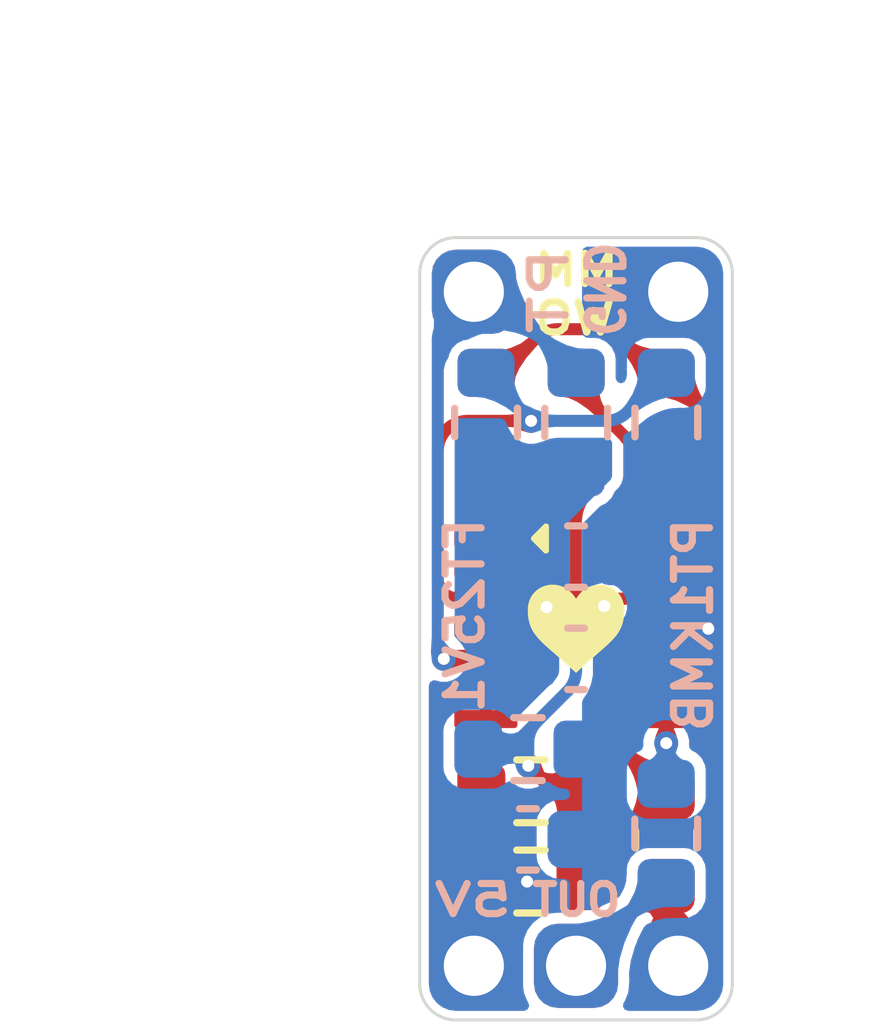
<source format=kicad_pcb>
(kicad_pcb
	(version 20241229)
	(generator "pcbnew")
	(generator_version "9.0")
	(general
		(thickness 1.6)
		(legacy_teardrops no)
	)
	(paper "A4")
	(layers
		(0 "F.Cu" signal)
		(2 "B.Cu" signal)
		(9 "F.Adhes" user "F.Adhesive")
		(11 "B.Adhes" user "B.Adhesive")
		(13 "F.Paste" user)
		(15 "B.Paste" user)
		(5 "F.SilkS" user "F.Silkscreen")
		(7 "B.SilkS" user "B.Silkscreen")
		(1 "F.Mask" user)
		(3 "B.Mask" user)
		(17 "Dwgs.User" user "User.Drawings")
		(19 "Cmts.User" user "User.Comments")
		(21 "Eco1.User" user "User.Eco1")
		(23 "Eco2.User" user "User.Eco2")
		(25 "Edge.Cuts" user)
		(27 "Margin" user)
		(31 "F.CrtYd" user "F.Courtyard")
		(29 "B.CrtYd" user "B.Courtyard")
		(35 "F.Fab" user)
		(33 "B.Fab" user)
	)
	(setup
		(stackup
			(layer "F.SilkS"
				(type "Top Silk Screen")
			)
			(layer "F.Paste"
				(type "Top Solder Paste")
			)
			(layer "F.Mask"
				(type "Top Solder Mask")
				(thickness 0.01)
			)
			(layer "F.Cu"
				(type "copper")
				(thickness 0.035)
			)
			(layer "dielectric 1"
				(type "core")
				(thickness 1.51)
				(material "FR4")
				(epsilon_r 4.5)
				(loss_tangent 0.02)
			)
			(layer "B.Cu"
				(type "copper")
				(thickness 0.035)
			)
			(layer "B.Mask"
				(type "Bottom Solder Mask")
				(thickness 0.01)
			)
			(layer "B.Paste"
				(type "Bottom Solder Paste")
			)
			(layer "B.SilkS"
				(type "Bottom Silk Screen")
			)
			(copper_finish "None")
			(dielectric_constraints no)
		)
		(pad_to_mask_clearance 0)
		(allow_soldermask_bridges_in_footprints no)
		(tenting front back)
		(aux_axis_origin 139.7 92.3)
		(grid_origin 139.7 92.3)
		(pcbplotparams
			(layerselection 0x00000000_00000000_55555555_5755f5ff)
			(plot_on_all_layers_selection 0x00000000_00000000_00000000_00000000)
			(disableapertmacros no)
			(usegerberextensions no)
			(usegerberattributes yes)
			(usegerberadvancedattributes yes)
			(creategerberjobfile no)
			(dashed_line_dash_ratio 12.000000)
			(dashed_line_gap_ratio 3.000000)
			(svgprecision 6)
			(plotframeref no)
			(mode 1)
			(useauxorigin yes)
			(hpglpennumber 1)
			(hpglpenspeed 20)
			(hpglpendiameter 15.000000)
			(pdf_front_fp_property_popups yes)
			(pdf_back_fp_property_popups yes)
			(pdf_metadata yes)
			(pdf_single_document no)
			(dxfpolygonmode yes)
			(dxfimperialunits yes)
			(dxfusepcbnewfont yes)
			(psnegative no)
			(psa4output no)
			(plot_black_and_white yes)
			(sketchpadsonfab no)
			(plotpadnumbers no)
			(hidednponfab no)
			(sketchdnponfab yes)
			(crossoutdnponfab yes)
			(subtractmaskfromsilk no)
			(outputformat 1)
			(mirror no)
			(drillshape 0)
			(scaleselection 1)
			(outputdirectory "gerber/")
		)
	)
	(net 0 "")
	(net 1 "GND")
	(net 2 "+5V")
	(net 3 "Net-(U1C-+)")
	(net 4 "/PT_SIDE")
	(net 5 "/OUT")
	(net 6 "/DIFF_OUT")
	(net 7 "/REF_SIDE")
	(net 8 "/REF_SIDE_BUFFERED")
	(net 9 "/PT_SIDE_BUFFERED")
	(net 10 "Net-(U1D--)")
	(net 11 "Net-(U1D-+)")
	(net 12 "Net-(U1C--)")
	(footprint "Resistor_SMD:R_0603_1608Metric" (layer "F.Cu") (at 138.95 96.5))
	(footprint "MessbrueckePT1000:SOT-23-14" (layer "F.Cu") (at 139.7 92.3 -90))
	(footprint "Capacitor_SMD:C_0603_1608Metric" (layer "F.Cu") (at 141.2 95.8 -90))
	(footprint "MessbrueckePT1000:SolderWire_Small_1mm" (layer "F.Cu") (at 141.4 97.9 90))
	(footprint "Resistor_SMD:R_0603_1608Metric" (layer "F.Cu") (at 138.95 95 180))
	(footprint "MessbrueckePT1000:SolderWire_Small_1mm" (layer "F.Cu") (at 139.7 97.9 90))
	(footprint "LOGO" (layer "F.Cu") (at 139.7 92.3))
	(footprint "Resistor_SMD:R_0603_1608Metric" (layer "F.Cu") (at 139.702775 88.872225 90))
	(footprint "Resistor_SMD:R_0603_1608Metric" (layer "F.Cu") (at 141.202775 88.872225 90))
	(footprint "MessbrueckePT1000:SolderWire_Small_1mm" (layer "F.Cu") (at 138 97.9 90))
	(footprint "MessbrueckePT1000:SolderWire_Small_1mm" (layer "F.Cu") (at 138 86.7 90))
	(footprint "Resistor_SMD:R_0603_1608Metric" (layer "F.Cu") (at 138.202775 88.872225 -90))
	(footprint "MessbrueckePT1000:SolderWire_Small_1mm" (layer "F.Cu") (at 141.4 86.7 90))
	(footprint "Capacitor_SMD:C_0603_1608Metric" (layer "B.Cu") (at 139.7 92.8))
	(footprint "Resistor_SMD:R_0603_1608Metric" (layer "B.Cu") (at 139.702775 88.872225 90))
	(footprint "Resistor_SMD:R_0603_1608Metric" (layer "B.Cu") (at 138.202775 88.872225 90))
	(footprint "Resistor_SMD:R_0603_1608Metric" (layer "B.Cu") (at 141.202775 88.872225 -90))
	(footprint "Resistor_SMD:R_0603_1608Metric" (layer "B.Cu") (at 138.9 94.3))
	(footprint "Capacitor_SMD:C_0603_1608Metric" (layer "B.Cu") (at 138.9 95.8))
	(footprint "Resistor_SMD:R_0603_1608Metric" (layer "B.Cu") (at 141.2 95.7 90))
	(footprint "Capacitor_SMD:C_0603_1608Metric" (layer "B.Cu") (at 139.7 91.1))
	(gr_line
		(start 137.1 98.2)
		(end 137.1 86.4)
		(stroke
			(width 0.05)
			(type default)
		)
		(layer "Edge.Cuts")
		(uuid "039842c0-a314-4da3-8d11-8ba852e29cf8")
	)
	(gr_arc
		(start 137.7 98.8)
		(mid 137.275736 98.624264)
		(end 137.1 98.2)
		(stroke
			(width 0.05)
			(type default)
		)
		(layer "Edge.Cuts")
		(uuid "1aa73764-a3e7-4660-86fc-65d8ede26618")
	)
	(gr_arc
		(start 141.7 85.8)
		(mid 142.124264 85.975736)
		(end 142.3 86.4)
		(stroke
			(width 0.05)
			(type default)
		)
		(layer "Edge.Cuts")
		(uuid "32be23c3-c754-4384-8fbe-f941257bc292")
	)
	(gr_line
		(start 141.7 85.8)
		(end 137.7 85.8)
		(stroke
			(width 0.05)
			(type default)
		)
		(layer "Edge.Cuts")
		(uuid "75107624-6d45-403a-9884-9aee57ed4495")
	)
	(gr_line
		(start 142.3 98.2)
		(end 142.3 86.4)
		(stroke
			(width 0.05)
			(type default)
		)
		(layer "Edge.Cuts")
		(uuid "a6f329b9-348d-4489-ba30-303d45b7be5a")
	)
	(gr_line
		(start 141.7 98.8)
		(end 137.7 98.8)
		(stroke
			(width 0.05)
			(type default)
		)
		(layer "Edge.Cuts")
		(uuid "b750aa3c-d686-4899-b4d1-23469a1aeb1c")
	)
	(gr_arc
		(start 137.1 86.4)
		(mid 137.275736 85.975736)
		(end 137.7 85.8)
		(stroke
			(width 0.05)
			(type default)
		)
		(layer "Edge.Cuts")
		(uuid "c0d342f9-722b-45b2-b88e-8ddd16505796")
	)
	(gr_arc
		(start 142.3 98.2)
		(mid 142.124264 98.624264)
		(end 141.7 98.8)
		(stroke
			(width 0.05)
			(type default)
		)
		(layer "Edge.Cuts")
		(uuid "cf188e96-88f8-474a-9371-119dfa6a49a7")
	)
	(gr_text "MM\nOW"
		(at 138.940847 87.435361 0)
		(layer "F.SilkS")
		(uuid "4f0e3325-c499-4370-83d1-5f91a4b2fb2c")
		(effects
			(font
				(size 0.5 0.6)
				(thickness 0.12)
				(bold yes)
			)
			(justify left bottom)
		)
	)
	(gr_text "PT1KMB"
		(at 142 90.4 90)
		(layer "B.SilkS")
		(uuid "3d7bcf26-07ca-4e11-b962-1ec9e40d474c")
		(effects
			(font
				(size 0.6 0.6)
				(thickness 0.12)
				(bold yes)
			)
			(justify left bottom mirror)
		)
	)
	(gr_text "OUT"
		(at 140.5 97.1 0)
		(layer "B.SilkS")
		(uuid "4e1f589c-750f-41d3-98a0-e45ee1570db1")
		(effects
			(font
				(size 0.5 0.5)
				(thickness 0.12)
				(bold yes)
			)
			(justify left bottom mirror)
		)
	)
	(gr_text "GND"
		(at 139.8 87.5 -90)
		(layer "B.SilkS")
		(uuid "78577803-5125-44fa-9cd9-8ce5a8c710b9")
		(effects
			(font
				(size 0.6 0.5)
				(thickness 0.12)
				(bold yes)
			)
			(justify left bottom mirror)
		)
	)
	(gr_text "FT25V1"
		(at 138.2 90.4 90)
		(layer "B.SilkS")
		(uuid "cc44faa9-18b0-4718-8ca2-09c75317f568")
		(effects
			(font
				(size 0.6 0.6)
				(thickness 0.12)
				(bold yes)
			)
			(justify left bottom mirror)
		)
	)
	(gr_text "PT"
		(at 139.6 85.9 90)
		(layer "B.SilkS")
		(uuid "d7d48339-6cac-40c6-8029-ab367d2ba28b")
		(effects
			(font
				(size 0.6 0.8)
				(thickness 0.12)
				(bold yes)
			)
			(justify left bottom mirror)
		)
	)
	(gr_text "5V"
		(at 138.7 97.1 0)
		(layer "B.SilkS")
		(uuid "e2327bb7-97aa-4311-b179-7e30ced2e092")
		(effects
			(font
				(size 0.5 0.7)
				(thickness 0.12)
				(bold yes)
			)
			(justify left bottom mirror)
		)
	)
	(dimension
		(type orthogonal)
		(layer "Dwgs.User")
		(uuid "92ecb220-9d6f-4100-b94a-f07891ab2f26")
		(pts
			(xy 137.1 86.4) (xy 142.3 86.4)
		)
		(height -2.2)
		(orientation 0)
		(format
			(prefix "")
			(suffix "")
			(units 3)
			(units_format 1)
			(precision 2)
		)
		(style
			(thickness 0.1)
			(arrow_length 1.27)
			(text_position_mode 2)
			(arrow_direction outward)
			(extension_height 0.58642)
			(extension_offset 0.5)
			(keep_text_aligned yes)
		)
		(gr_text "5.20 mm"
			(at 139.7 82.7 0)
			(layer "Dwgs.User")
			(uuid "92ecb220-9d6f-4100-b94a-f07891ab2f26")
			(effects
				(font
					(size 1 1)
					(thickness 0.15)
				)
			)
		)
	)
	(dimension
		(type orthogonal)
		(layer "Dwgs.User")
		(uuid "cdd5c486-c920-447b-9a0c-74e39dc4c6bd")
		(pts
			(xy 137.7 98.8) (xy 137.7 85.8)
		)
		(height -2.1)
		(orientation 1)
		(format
			(prefix "")
			(suffix "")
			(units 3)
			(units_format 1)
			(precision 2)
		)
		(style
			(thickness 0.1)
			(arrow_length 1.27)
			(text_position_mode 2)
			(arrow_direction outward)
			(extension_height 0.58642)
			(extension_offset 0.5)
			(keep_text_aligned yes)
		)
		(gr_text "13.00 mm"
			(at 134.1 92.3 90)
			(layer "Dwgs.User")
			(uuid "cdd5c486-c920-447b-9a0c-74e39dc4c6bd")
			(effects
				(font
					(size 1 1)
					(thickness 0.15)
				)
			)
		)
	)
	(segment
		(start 141.2 97.7)
		(end 141.4 97.9)
		(width 0.2)
		(layer "F.Cu")
		(net 1)
		(uuid "39e8e5d8-b679-4e29-a9c6-365dc04c7f5f")
	)
	(segment
		(start 141.2 92.3)
		(end 141.9 92.3)
		(width 0.2)
		(layer "F.Cu")
		(net 1)
		(uuid "6244b156-8f26-494e-9ba4-209e327eec41")
	)
	(segment
		(start 141.2 96.575)
		(end 141.2 97.7)
		(width 0.2)
		(layer "F.Cu")
		(net 1)
		(uuid "be63f4c0-1e20-4334-b622-c184a4220312")
	)
	(via
		(at 141.9 92.3)
		(size 0.4)
		(drill 0.2)
		(layers "F.Cu" "B.Cu")
		(teardrops
			(best_length_ratio 0.5)
			(max_length 1)
			(best_width_ratio 1)
			(max_width 2)
			(curved_edges yes)
			(filter_ratio 0.9)
			(enabled yes)
			(allow_two_segments yes)
			(prefer_zone_connections yes)
		)
		(net 1)
		(uuid "db455df3-f6f6-4272-a4a7-7d29d29258fb")
	)
	(segment
		(start 138.885609 96.500746)
		(end 138.125746 96.500746)
		(width 0.2)
		(layer "F.Cu")
		(net 2)
		(uuid "2fcb33a2-1224-479d-97c0-d16afe49776a")
	)
	(segment
		(start 138.125746 96.500746)
		(end 138.125 96.5)
		(width 0.2)
		(layer "F.Cu")
		(net 2)
		(uuid "542af446-50d8-4203-8919-45d9adc07a0e")
	)
	(segment
		(start 138.2 92.3)
		(end 138.64314 92.3)
		(width 0.2)
		(layer "F.Cu")
		(net 2)
		(uuid "7b4de602-49a1-48f0-a92d-c89c111451ca")
	)
	(segment
		(start 138.996694 92.153553)
		(end 139.209731 91.940516)
		(width 0.2)
		(layer "F.Cu")
		(net 2)
		(uuid "bf8f81b7-d374-4486-9838-3e1a162f0ce8")
	)
	(via
		(at 138.885609 96.500746)
		(size 0.4)
		(drill 0.2)
		(layers "F.Cu" "B.Cu")
		(teardrops
			(best_length_ratio 0.5)
			(max_length 1)
			(best_width_ratio 1)
			(max_width 2)
			(curved_edges yes)
			(filter_ratio 0.9)
			(enabled yes)
			(allow_two_segments yes)
			(prefer_zone_connections yes)
		)
		(net 2)
		(uuid "6e353139-3afb-4deb-a011-83f70e17a351")
	)
	(via
		(at 139.209731 91.940516)
		(size 0.4)
		(drill 0.2)
		(layers "F.Cu" "B.Cu")
		(teardrops
			(best_length_ratio 0.5)
			(max_length 1)
			(best_width_ratio 1)
			(max_width 2)
			(curved_edges yes)
			(filter_ratio 0.9)
			(enabled yes)
			(allow_two_segments yes)
			(prefer_zone_connections yes)
		)
		(net 2)
		(uuid "e4364529-85ed-4048-b337-718e4280cd69")
	)
	(arc
		(start 138.64314 92.3)
		(mid 138.834482 92.26194)
		(end 138.996694 92.153553)
		(width 0.2)
		(layer "F.Cu")
		(net 2)
		(uuid "1fa2fbfd-0618-47f0-bf8b-9303423f6578")
	)
	(segment
		(start 138.125 95.8)
		(end 138.184863 95.8)
		(width 0.2)
		(layer "B.Cu")
		(net 2)
		(uuid "03f7c488-aefc-4806-ade0-f701371fca4a")
	)
	(segment
		(start 138.184863 95.8)
		(end 138.885609 96.500746)
		(width 0.2)
		(layer "B.Cu")
		(net 2)
		(uuid "71175fd3-dd26-4f5b-a441-26c7e7e02521")
	)
	(segment
		(start 141.2 92.8)
		(end 140.572908 92.8)
		(width 0.2)
		(layer "F.Cu")
		(net 3)
		(uuid "0f62dd5e-a38a-4468-851a-5476a72eee67")
	)
	(segment
		(start 139.7 89.7)
		(end 139.702775 89.697225)
		(width 0.2)
		(layer "F.Cu")
		(net 3)
		(uuid "11d4a239-477f-4b16-88fd-fd5122b55585")
	)
	(segment
		(start 140.219354 92.653553)
		(end 139.843671 92.27787)
		(width 0.2)
		(layer "F.Cu")
		(net 3)
		(uuid "16b80c7b-0dae-4c52-8cf8-c29192ac11cd")
	)
	(segment
		(start 139.775 96.5)
		(end 141.2 95.025)
		(width 0.2)
		(layer "F.Cu")
		(net 3)
		(uuid "3b6534f9-acef-4f8b-b05b-1a3d7a658b70")
	)
	(segment
		(start 140.227553 92.661752)
		(end 139.843671 92.27787)
		(width 0.2)
		(layer "F.Cu")
		(net 3)
		(uuid "6d29efab-bd89-4037-b0b1-69086cfb98f9")
	)
	(segment
		(start 140.704 92.8)
		(end 141.2 92.8)
		(width 0.2)
		(layer "F.Cu")
		(net 3)
		(uuid "c4752bfa-3f13-4616-a3c3-34f9141bf838")
	)
	(segment
		(start 139.697225 91.924317)
		(end 139.697225 89.377775)
		(width 0.2)
		(layer "F.Cu")
		(net 3)
		(uuid "c51926bc-818f-4c33-aafb-d77b95700e71")
	)
	(segment
		(start 140.374 93.991893)
		(end 140.374 93.015306)
		(width 0.2)
		(layer "F.Cu")
		(net 3)
		(uuid "cffb0c66-ce79-48f4-b43c-6141bd306e87")
	)
	(segment
		(start 141.2 95.025)
		(end 140.520446 94.345446)
		(width 0.2)
		(layer "F.Cu")
		(net 3)
		(uuid "ee1cdc6c-ef90-4d91-b6b8-7d4435c72be3")
	)
	(segment
		(start 140.374 93.991893)
		(end 140.374 93.13)
		(width 0.2)
		(layer "F.Cu")
		(net 3)
		(uuid "f0ed0f0d-399d-4fc7-ae9e-06ef9104f6dd")
	)
	(arc
		(start 140.520446 94.345446)
		(mid 140.41206 94.183234)
		(end 140.374 93.991893)
		(width 0.2)
		(layer "F.Cu")
		(net 3)
		(uuid "15f2c1ea-c06f-49b2-aac2-8b7b82ae54d8")
	)
	(arc
		(start 139.843671 92.27787)
		(mid 139.735285 92.115658)
		(end 139.697225 91.924317)
		(width 0.2)
		(layer "F.Cu")
		(net 3)
		(uuid "27a1903e-8069-4971-a563-618d6311ed17")
	)
	(arc
		(start 140.374 93.015306)
		(mid 140.33594 92.823964)
		(end 140.227553 92.661752)
		(width 0.2)
		(layer "F.Cu")
		(net 3)
		(uuid "5784facf-41af-4957-a60d-a2276fed951b")
	)
	(arc
		(start 140.219354 92.653553)
		(mid 140.381566 92.76194)
		(end 140.572908 92.8)
		(width 0.2)
		(layer "F.Cu")
		(net 3)
		(uuid "8c4c7368-b9c2-406e-844a-a7ac74f7a816")
	)
	(arc
		(start 140.374 93.13)
		(mid 140.470655 92.896655)
		(end 140.704 92.8)
		(width 0.2)
		(layer "F.Cu")
		(net 3)
		(uuid "afd7b12b-84c2-4902-b974-0a3000fd68bd")
	)
	(segment
		(start 138.2 92.8)
		(end 137.5 92.8)
		(width 0.2)
		(layer "F.Cu")
		(net 4)
		(uuid "8a056999-bf99-4bc7-a439-cf900d583087")
	)
	(via
		(at 137.5 92.8)
		(size 0.4)
		(drill 0.2)
		(layers "F.Cu" "B.Cu")
		(teardrops
			(best_length_ratio 0.5)
			(max_length 1)
			(best_width_ratio 1)
			(max_width 2)
			(curved_edges yes)
			(filter_ratio 0.9)
			(enabled yes)
			(allow_two_segments yes)
			(prefer_zone_connections yes)
		)
		(net 4)
		(uuid "ae5b6583-9558-43cd-9d9e-b6d365c4e697")
	)
	(segment
		(start 138.35555 86.7)
		(end 138 86.7)
		(width 0.2)
		(layer "B.Cu")
		(net 4)
		(uuid "1761053b-0304-4906-8494-79fc87f69efc")
	)
	(segment
		(start 137.473224 92.773224)
		(end 137.5 92.8)
		(width 0.2)
		(layer "B.Cu")
		(net 4)
		(uuid "a703ca54-4d3a-44b6-9898-0dbd55b3a4f3")
	)
	(segment
		(start 139.702775 88.047225)
		(end 138.35555 86.7)
		(width 0.2)
		(layer "B.Cu")
		(net 4)
		(uuid "b0c3c745-41a7-465c-bd98-6da626bfe216")
	)
	(segment
		(start 138 86.7)
		(end 137.546446 87.153554)
		(width 0.2)
		(layer "B.Cu")
		(net 4)
		(uuid "c83adcc0-a3d0-4233-81cf-c70a8653a13f")
	)
	(segment
		(start 137.4 87.507107)
		(end 137.4 92.596447)
		(width 0.2)
		(layer "B.Cu")
		(net 4)
		(uuid "e223d7af-a736-41eb-8b73-795e1a8d5725")
	)
	(arc
		(start 137.4 87.507107)
		(mid 137.43806 87.315766)
		(end 137.546446 87.153554)
		(width 0.2)
		(layer "B.Cu")
		(net 4)
		(uuid "2627f23b-6f73-4d8f-a187-954e0dbf4c1f")
	)
	(arc
		(start 137.4 92.596447)
		(mid 137.41903 92.692118)
		(end 137.473224 92.773224)
		(width 0.2)
		(layer "B.Cu")
		(net 4)
		(uuid "66196a9b-d8ca-4d3a-9004-35c7af146afe")
	)
	(segment
		(start 139.7 97.9)
		(end 139.725 97.9)
		(width 0.2)
		(layer "B.Cu")
		(net 5)
		(uuid "9bdb60ff-ac74-47d1-89c3-04d25f5fe9e4")
	)
	(segment
		(start 139.725 97.9)
		(end 141.1 96.525)
		(width 0.2)
		(layer "B.Cu")
		(net 5)
		(uuid "cd02e03a-dc93-4d4a-84dc-d82470256677")
	)
	(segment
		(start 141.202775 89.697225)
		(end 141.2 90.8)
		(width 0.2)
		(layer "F.Cu")
		(net 6)
		(uuid "79f0a170-8343-4ce3-ad67-282740caa4a7")
	)
	(segment
		(start 141.202775 89.797225)
		(end 139.702775 88.297225)
		(width 0.2)
		(layer "F.Cu")
		(net 6)
		(uuid "f38d33ad-96c7-4d51-b20a-d81b17dcbac5")
	)
	(segment
		(start 138.2 91.8)
		(end 137.73 91.8)
		(width 0.2)
		(layer "F.Cu")
		(net 7)
		(uuid "44e4e93a-efd7-474c-a27a-c7d9caa02ada")
	)
	(segment
		(start 137.9 88.844908)
		(end 138.951663 88.844908)
		(width 0.2)
		(layer "F.Cu")
		(net 7)
		(uuid "93049a92-e3aa-429b-9057-edb1ea45b397")
	)
	(segment
		(start 137.4 91.47)
		(end 137.4 89.344908)
		(width 0.2)
		(layer "F.Cu")
		(net 7)
		(uuid "fa4de8dc-c161-4ead-93f5-b06f2a3340a8")
	)
	(via
		(at 138.951663 88.844908)
		(size 0.4)
		(drill 0.2)
		(layers "F.Cu" "B.Cu")
		(teardrops
			(best_length_ratio 0.5)
			(max_length 1)
			(best_width_ratio 1)
			(max_width 2)
			(curved_edges yes)
			(filter_ratio 0.9)
			(enabled yes)
			(allow_two_segments yes)
			(prefer_zone_connections yes)
		)
		(net 7)
		(uuid "7e1c176b-54cc-460e-ba9a-2bf9d81ab474")
	)
	(arc
		(start 137.4 89.344908)
		(mid 137.546447 88.991355)
		(end 137.9 88.844908)
		(width 0.2)
		(layer "F.Cu")
		(net 7)
		(uuid "84bc5542-7de0-4abe-9ea1-d0c8cbec92bf")
	)
	(arc
		(start 137.4 91.47)
		(mid 137.496655 91.703345)
		(end 137.73 91.8)
		(width 0.2)
		(layer "F.Cu")
		(net 7)
		(uuid "8ccee52f-2499-4476-9b3d-2d16487ef713")
	)
	(segment
		(start 140.551539 88.698461)
		(end 141.202775 88.047225)
		(width 0.2)
		(layer "B.Cu")
		(net 7)
		(uuid "82350797-9a0b-4911-b7a4-fac92045c208")
	)
	(segment
		(start 138.202775 88.047225)
		(end 138.202775 88.09602)
		(width 0.2)
		(layer "B.Cu")
		(net 7)
		(uuid "a203e18b-14b9-4cbf-9e54-490aa4d34029")
	)
	(segment
		(start 138.202775 88.09602)
		(end 138.951663 88.844908)
		(width 0.2)
		(layer "B.Cu")
		(net 7)
		(uuid "dca4cccf-8208-43c6-b557-4cfe9bb4d952")
	)
	(segment
		(start 138.951663 88.844908)
		(end 140.197985 88.844908)
		(width 0.2)
		(layer "B.Cu")
		(net 7)
		(uuid "fc9d43d7-4142-4bff-adec-9e1b765b742e")
	)
	(arc
		(start 140.551539 88.698461)
		(mid 140.389327 88.806848)
		(end 140.197985 88.844908)
		(width 0.2)
		(layer "B.Cu")
		(net 7)
		(uuid "7e2c07aa-888c-4e37-b4b4-53820a7b5080")
	)
	(segment
		(start 138.2 91.3)
		(end 138.202775 89.697225)
		(width 0.2)
		(layer "F.Cu")
		(net 8)
		(uuid "649feed1-8368-4547-86fe-30dbf4eb5dec")
	)
	(segment
		(start 138.2 94.975)
		(end 138.125 95.05)
		(width 0.2)
		(layer "F.Cu")
		(net 9)
		(uuid "713eb487-3562-47c5-8b96-7b32eb89e408")
	)
	(segment
		(start 138.2 93.3)
		(end 138.2 94.975)
		(width 0.2)
		(layer "F.Cu")
		(net 9)
		(uuid "c0c62f61-29d5-4cc8-8c77-dee891170b40")
	)
	(segment
		(start 140.978881 88.047225)
		(end 140.400327 87.468671)
		(width 0.2)
		(layer "F.Cu")
		(net 10)
		(uuid "0f6ae7ae-f371-4a5a-ae7b-cc035d166a11")
	)
	(segment
		(start 142 90.97)
		(end 142 89.051557)
		(width 0.2)
		(layer "F.Cu")
		(net 10)
		(uuid "165657ea-7b15-498f-b9ef-193b9b96daac")
	)
	(segment
		(start 138.460943 88.047225)
		(end 138.202775 88.047225)
		(width 0.2)
		(layer "F.Cu")
		(net 10)
		(uuid "26eb557a-39cd-4361-8e3a-9c90ce8fe53f")
	)
	(segment
		(start 140.046774 87.322225)
		(end 139.39305 87.322225)
		(width 0.2)
		(layer "F.Cu")
		(net 10)
		(uuid "2b975958-4896-40fc-afd0-b698d03f0b90")
	)
	(segment
		(start 141.2 91.3)
		(end 141.67 91.3)
		(width 0.2)
		(layer "F.Cu")
		(net 10)
		(uuid "400f930a-629f-4180-b12a-095f3fd07c48")
	)
	(segment
		(start 141.853553 88.698003)
		(end 141.202775 88.047225)
		(width 0.2)
		(layer "F.Cu")
		(net 10)
		(uuid "8718dc68-c76a-4f3b-a517-172c117f5164")
	)
	(segment
		(start 141.202775 88.047225)
		(end 140.978881 88.047225)
		(width 0.2)
		(layer "F.Cu")
		(net 10)
		(uuid "a5aee30e-a4fc-4da8-ac24-ad6891dbb497")
	)
	(segment
		(start 139.039496 87.468672)
		(end 138.460943 88.047225)
		(width 0.2)
		(layer "F.Cu")
		(net 10)
		(uuid "a7db3211-6a6a-4839-b9b6-92f41b5e587f")
	)
	(arc
		(start 142 89.051557)
		(mid 141.96194 88.860215)
		(end 141.853553 88.698003)
		(width 0.2)
		(layer "F.Cu")
		(net 10)
		(uuid "3ccc3f16-d5ee-4a47-b696-c9e3dc73c467")
	)
	(arc
		(start 142 90.97)
		(mid 141.903345 91.203345)
		(end 141.67 91.3)
		(width 0.2)
		(layer "F.Cu")
		(net 10)
		(uuid "568cb605-7a91-4b5b-bd19-2c6853a2c345")
	)
	(arc
		(start 140.400327 87.468671)
		(mid 140.238115 87.360285)
		(end 140.046774 87.322225)
		(width 0.2)
		(layer "F.Cu")
		(net 10)
		(uuid "d22b60ca-f469-40a5-8bd9-ed2b6a6dac1d")
	)
	(arc
		(start 139.39305 87.322225)
		(mid 139.201708 87.360285)
		(end 139.039496 87.468672)
		(width 0.2)
		(layer "F.Cu")
		(net 10)
		(uuid "e731b443-cdb7-48f8-9152-ff11ef18ccee")
	)
	(segment
		(start 140.217346 91.873224)
		(end 140.16756 91.92301)
		(width 0.2)
		(layer "F.Cu")
		(net 11)
		(uuid "0b6ddd5b-da14-40bd-823b-66f9822bff66")
	)
	(segment
		(start 139.775 95)
		(end 139.536664 95)
		(width 0.2)
		(layer "F.Cu")
		(net 11)
		(uuid "44daf826-8c39-4b3e-9bcf-489eef85cade")
	)
	(segment
		(start 141.2 91.8)
		(end 140.394123 91.8)
		(width 0.2)
		(layer "F.Cu")
		(net 11)
		(uuid "67f16237-88a2-4712-bc7e-16fc0e56fe59")
	)
	(segment
		(start 139.18311 94.853553)
		(end 138.905612 94.576055)
		(width 0.2)
		(layer "F.Cu")
		(net 11)
		(uuid "6a956de8-b481-4299-8368-dcbde8e2f9b2")
	)
	(via
		(at 138.905612 94.576055)
		(size 0.4)
		(drill 0.2)
		(layers "F.Cu" "B.Cu")
		(teardrops
			(best_length_ratio 0.5)
			(max_length 1)
			(best_width_ratio 1)
			(max_width 2)
			(curved_edges yes)
			(filter_ratio 0.9)
			(enabled yes)
			(allow_two_segments yes)
			(prefer_zone_connections yes)
		)
		(net 11)
		(uuid "19f794e7-5d78-4dea-917b-2613136069ae")
	)
	(via
		(at 140.16756 91.92301)
		(size 0.4)
		(drill 0.2)
		(layers "F.Cu" "B.Cu")
		(teardrops
			(best_length_ratio 0.5)
			(max_length 1)
			(best_width_ratio 1)
			(max_width 2)
			(curved_edges yes)
			(filter_ratio 0.9)
			(enabled yes)
			(allow_two_segments yes)
			(prefer_zone_connections yes)
		)
		(net 11)
		(uuid "c722f6c6-8bbe-49a4-bb46-f736eecf3545")
	)
	(arc
		(start 139.18311 94.853553)
		(mid 139.345322 94.96194)
		(end 139.536664 95)
		(width 0.2)
		(layer "F.Cu")
		(net 11)
		(uuid "a69f2c09-0f80-4d97-9944-53d50bb649ba")
	)
	(arc
		(start 140.217346 91.873224)
		(mid 140.298452 91.819031)
		(end 140.394123 91.8)
		(width 0.2)
		(layer "F.Cu")
		(net 11)
		(uuid "d175cc33-161c-4877-acfb-bcdc31b838d2")
	)
	(segment
		(start 138.776004 94.446447)
		(end 138.905612 94.576055)
		(width 0.2)
		(layer "B.Cu")
		(net 11)
		(uuid "1e7df3aa-cf44-421c-8c4d-dbc4de443418")
	)
	(segment
		(start 138.905612 94.195211)
		(end 138.905612 94.3)
		(width 0.2)
		(layer "B.Cu")
		(net 11)
		(uuid "445d48a8-5598-4c6a-89ec-41bc12061d02")
	)
	(segment
		(start 138.740163 94.153553)
		(end 139.052058 93.841658)
		(width 0.2)
		(layer "B.Cu")
		(net 11)
		(uuid "4dc67eca-9347-486b-adb4-e9e2bcc0f5c4")
	)
	(segment
		(start 138.075 94.3)
		(end 138.386609 94.3)
		(width 0.2)
		(layer "B.Cu")
		(net 11)
		(uuid "6eb11444-7187-425d-8164-4f1f97aac849")
	)
	(segment
		(start 138.075 94.3)
		(end 138.42245 94.3)
		(width 0.2)
		(layer "B.Cu")
		(net 11)
		(uuid "71a18558-d776-42be-b3ba-251c847e690c")
	)
	(segment
		(start 139.84703 92.24354)
		(end 140.16756 91.92301)
		(width 0.2)
		(layer "B.Cu")
		(net 11)
		(uuid "7ac16746-cc51-42c5-b339-bffd6bca4d5a")
	)
	(segment
		(start 138.075 94.3)
		(end 138.905612 94.3)
		(width 0.2)
		(layer "B.Cu")
		(net 11)
		(uuid "af1838c3-1da2-424a-80bb-c5b9b0241b18")
	)
	(segment
		(start 138.905612 94.3)
		(end 138.905612 94.576055)
		(width 0.2)
		(layer "B.Cu")
		(net 11)
		(uuid "b9563788-5660-4144-b2e7-dd935cdc8515")
	)
	(segment
		(start 139.700583 92.986026)
		(end 139.700583 92.597094)
		(width 0.2)
		(layer "B.Cu")
		(net 11)
		(uuid "c56c6903-6942-4493-b09c-833faacd2ffb")
	)
	(segment
		(start 139.554137 93.339579)
		(end 139.052058 93.841658)
		(width 0.2)
		(layer "B.Cu")
		(net 11)
		(uuid "f61fb7a3-7897-40c1-aa71-8f3786281a8f")
	)
	(arc
		(start 138.386609 94.3)
		(mid 138.577951 94.26194)
		(end 138.740163 94.153553)
		(width 0.2)
		(layer "B.Cu")
		(net 11)
		(uuid "22323f53-2d43-4094-ae00-d452105bf026")
	)
	(arc
		(start 139.554137 93.339579)
		(mid 139.662523 93.177367)
		(end 139.700583 92.986026)
		(width 0.2)
		(layer "B.Cu")
		(net 11)
		(uuid "6c7be3dc-2240-42a2-9f2a-baffe931e507")
	)
	(arc
		(start 139.052058 93.841658)
		(mid 138.943672 94.00387)
		(end 138.905612 94.195211)
		(width 0.2)
		(layer "B.Cu")
		(net 11)
		(uuid "7f87ccdd-8c66-4e7e-a83c-9d90e6d3e8d2")
	)
	(arc
		(start 139.84703 92.24354)
		(mid 139.738643 92.405752)
		(end 139.700583 92.597094)
		(width 0.2)
		(layer "B.Cu")
		(net 11)
		(uuid "8aab6ab7-cf0c-41c6-be1b-d54ecd6a96fa")
	)
	(arc
		(start 138.776004 94.446447)
		(mid 138.613792 94.33806)
		(end 138.42245 94.3)
		(width 0.2)
		(layer "B.Cu")
		(net 11)
		(uuid "b2d59e90-6bf0-4170-8c64-22f19a922657")
	)
	(segment
		(start 141.2 93.8)
		(end 141.2 94.2)
		(width 0.2)
		(layer "F.Cu")
		(net 12)
		(uuid "6475e78d-07ab-4305-8d3f-b04f42cdd5f4")
	)
	(segment
		(start 141.2 93.3)
		(end 141.2 93.8)
		(width 0.2)
		(layer "F.Cu")
		(net 12)
		(uuid "b7aedbc1-1251-4148-8d38-3b2be684640f")
	)
	(via
		(at 141.2 94.2)
		(size 0.4)
		(drill 0.2)
		(layers "F.Cu" "B.Cu")
		(teardrops
			(best_length_ratio 0.5)
			(max_length 1)
			(best_width_ratio 1)
			(max_width 2)
			(curved_edges yes)
			(filter_ratio 0.9)
			(enabled yes)
			(allow_two_segments yes)
			(prefer_zone_connections yes)
		)
		(net 12)
		(uuid "abd74578-e3e6-4896-b213-7b3dec80d53b")
	)
	(segment
		(start 141.2 94.875)
		(end 141.2 94.2)
		(width 0.2)
		(layer "B.Cu")
		(net 12)
		(uuid "8f7f15ec-6112-4fd6-9b9e-debe1a85e832")
	)
	(zone
		(net 1)
		(net_name "GND")
		(layer "F.Cu")
		(uuid "07b6846e-3c39-4eb1-ba4d-ee2435454ab1")
		(name "$teardrop_padvia$")
		(hatch full 0.1)
		(priority 30003)
		(attr
			(teardrop
				(type padvia)
			)
		)
		(connect_pads yes
			(clearance 0)
		)
		(min_thickness 0.0254)
		(filled_areas_thickness no)
		(fill yes
			(thermal_gap 0.5)
			(thermal_bridge_width 0.5)
			(island_removal_mode 1)
			(island_area_min 10)
		)
		(polygon
			(pts
				(xy 141.3 97.475) (xy 141.319692 97.335555) (xy 141.347685 97.244958) (xy 141.387441 97.153245)
				(xy 141.432851 97.07497) (xy 141.487227 97.005009) (xy 141.538128 96.957068) (xy 141.594723 96.919953)
				(xy 141.65 96.897886) (xy 141.2 96.574) (xy 140.75 96.897886) (xy 140.844186 96.943766) (xy 140.933752 97.02944)
				(xy 141.015334 97.1588) (xy 141.077253 97.323703) (xy 141.1 97.475)
			)
		)
		(filled_polygon
			(layer "F.Cu")
			(pts
				(xy 141.206833 96.578918) (xy 141.632693 96.885429) (xy 141.637406 96.893043) (xy 141.635354 96.90176)
				(xy 141.630196 96.905791) (xy 141.594722 96.919953) (xy 141.59472 96.919954) (xy 141.538133 96.957063)
				(xy 141.538127 96.957069) (xy 141.48723 97.005005) (xy 141.487226 97.00501) (xy 141.432848 97.074974)
				(xy 141.432847 97.074974) (xy 141.387448 97.15323) (xy 141.387438 97.153249) (xy 141.347686 97.244954)
				(xy 141.347685 97.244958) (xy 141.319692 97.335555) (xy 141.319691 97.335558) (xy 141.319691 97.33556)
				(xy 141.31969 97.335562) (xy 141.301421 97.464936) (xy 141.296871 97.472649) (xy 141.289836 97.475)
				(xy 141.110073 97.475) (xy 141.1018 97.471573) (xy 141.098503 97.46504) (xy 141.079036 97.335562)
				(xy 141.077253 97.323703) (xy 141.015334 97.1588) (xy 140.933753 97.029441) (xy 140.933753 97.02944)
				(xy 140.844186 96.943766) (xy 140.844185 96.943765) (xy 140.767603 96.906461) (xy 140.761666 96.899758)
				(xy 140.762209 96.890819) (xy 140.76589 96.886448) (xy 141.193165 96.578918) (xy 141.201882 96.576867)
			)
		)
	)
	(zone
		(net 11)
		(net_name "Net-(U1D-+)")
		(layer "F.Cu")
		(uuid "346f5f7f-637d-4546-bb7e-b2855d2d058b")
		(name "$teardrop_padvia$")
		(hatch full 0.1)
		(priority 30024)
		(attr
			(teardrop
				(type padvia)
			)
		)
		(connect_pads yes
			(clearance 0)
		)
		(min_thickness 0.0254)
		(filled_areas_thickness no)
		(fill yes
			(thermal_gap 0.5)
			(thermal_bridge_width 0.5)
			(island_removal_mode 1)
			(island_area_min 10)
		)
		(polygon
			(pts
				(xy 139.251957 94.781028) (xy 139.201466 94.726712) (xy 139.171021 94.680691) (xy 139.143496 94.612931)
				(xy 139.118859 94.548435) (xy 139.071906 94.464941) (xy 138.904887 94.575367) (xy 138.794498 94.742349)
				(xy 138.919098 94.808615) (xy 138.943682 94.818104) (xy 139.019761 94.852379) (xy 139.114263 94.926078)
			)
		)
		(filled_polygon
			(layer "F.Cu")
			(pts
				(xy 139.07763 94.475182) (xy 139.078068 94.4759) (xy 139.118434 94.54768) (xy 139.119166 94.54924)
				(xy 139.143498 94.612937) (xy 139.171019 94.680687) (xy 139.171024 94.680696) (xy 139.201464 94.72671)
				(xy 139.201467 94.726713) (xy 139.244473 94.772977) (xy 139.247596 94.78137) (xy 139.24439 94.788998)
				(xy 139.121572 94.918378) (xy 139.11339 94.922019) (xy 139.105891 94.919549) (xy 139.104389 94.918378)
				(xy 139.102 94.916515) (xy 139.019761 94.852378) (xy 138.94368 94.818103) (xy 138.919758 94.808869)
				(xy 138.918477 94.808284) (xy 138.83741 94.765171) (xy 138.805861 94.748392) (xy 138.800167 94.741483)
				(xy 138.801026 94.732569) (xy 138.801589 94.731621) (xy 138.903572 94.577355) (xy 138.906873 94.574053)
				(xy 139.061418 94.471874) (xy 139.070208 94.470171)
			)
		)
	)
	(zone
		(net 12)
		(net_name "Net-(U1C--)")
		(layer "F.Cu")
		(uuid "390ba405-e14b-4e5a-8822-c3c0eb8da9c8")
		(name "$teardrop_padvia$")
		(hatch full 0.1)
		(priority 30035)
		(attr
			(teardrop
				(type padvia)
			)
		)
		(connect_pads yes
			(clearance 0)
		)
		(min_thickness 0.0254)
		(filled_areas_thickness no)
		(fill yes
			(thermal_gap 0.5)
			(thermal_bridge_width 0.5)
			(island_removal_mode 1)
			(island_area_min 10)
		)
		(polygon
			(pts
				(xy 141.3 93.6) (xy 141.298394 93.573952) (xy 141.299431 93.493787) (xy 141.315217 93.462547) (xy 141.35 93.45)
				(xy 141.2 93.299) (xy 141.05 93.45) (xy 141.073342 93.454664) (xy 141.089022 93.467311) (xy 141.103308 93.512214)
				(xy 141.101606 93.573952) (xy 141.1 93.6)
			)
		)
		(filled_polygon
			(layer "F.Cu")
			(pts
				(xy 141.208246 93.307301) (xy 141.337063 93.436977) (xy 141.340462 93.445261) (xy 141.337008 93.453523)
				(xy 141.332733 93.456228) (xy 141.315217 93.462546) (xy 141.29943 93.493789) (xy 141.298393 93.573944)
				(xy 141.299234 93.587581) (xy 141.296322 93.596049) (xy 141.288275 93.599978) (xy 141.287556 93.6)
				(xy 141.112444 93.6) (xy 141.104171 93.596573) (xy 141.100744 93.5883) (xy 141.100766 93.58758)
				(xy 141.101035 93.583204) (xy 141.101606 93.573952) (xy 141.103308 93.512214) (xy 141.097446 93.493789)
				(xy 141.089022 93.46731) (xy 141.073341 93.454663) (xy 141.071357 93.454267) (xy 141.063916 93.449285)
				(xy 141.062177 93.440501) (xy 141.065348 93.434549) (xy 141.191699 93.307355) (xy 141.199961 93.303902)
			)
		)
	)
	(zone
		(net 10)
		(net_name "Net-(U1D--)")
		(layer "F.Cu")
		(uuid "40bacfd7-91fe-4f6a-b354-c3136673ef02")
		(name "$teardrop_padvia$")
		(hatch full 0.1)
		(priority 30030)
		(attr
			(teardrop
				(type padvia)
			)
		)
		(connect_pads yes
			(clearance 0)
		)
		(min_thickness 0.0254)
		(filled_areas_thickness no)
		(fill yes
			(thermal_gap 0.5)
			(thermal_bridge_width 0.5)
			(island_removal_mode 1)
			(island_area_min 10)
		)
		(polygon
			(pts
				(xy 141.801917 91.156703) (xy 141.786278 91.164664) (xy 141.725824 91.187718) (xy 141.696563 91.181346)
				(xy 141.675 91.15) (xy 141.199191 91.300587) (xy 141.724756 91.401225) (xy 141.742445 91.373296)
				(xy 141.804934 91.348216) (xy 141.853357 91.336635) (xy 141.919474 91.318505)
			)
		)
		(filled_polygon
			(layer "F.Cu")
			(pts
				(xy 141.675662 91.153384) (xy 141.679907 91.157133) (xy 141.696563 91.181346) (xy 141.725824 91.187718)
				(xy 141.786278 91.164664) (xy 141.793016 91.161233) (xy 141.801943 91.160535) (xy 141.807788 91.164784)
				(xy 141.90953 91.304818) (xy 141.911621 91.313525) (xy 141.906942 91.32116) (xy 141.903159 91.322978)
				(xy 141.85355 91.336581) (xy 141.853178 91.336677) (xy 141.804941 91.348214) (xy 141.804928 91.348218)
				(xy 141.742444 91.373296) (xy 141.742443 91.373296) (xy 141.729017 91.394496) (xy 141.721695 91.399652)
				(xy 141.716933 91.399727) (xy 141.2446 91.309282) (xy 141.237119 91.304361) (xy 141.235309 91.295591)
				(xy 141.24023 91.28811) (xy 141.243266 91.286637) (xy 141.666743 91.152613)
			)
		)
	)
	(zone
		(net 6)
		(net_name "/DIFF_OUT")
		(layer "F.Cu")
		(uuid "49663479-496b-4322-8bf5-53aa680c901d")
		(name "$teardrop_padvia$")
		(hatch full 0.1)
		(priority 30011)
		(attr
			(teardrop
				(type padvia)
			)
		)
		(connect_pads yes
			(clearance 0)
		)
		(min_thickness 0.0254)
		(filled_areas_thickness no)
		(fill yes
			(thermal_gap 0.5)
			(thermal_bridge_width 0.5)
			(island_removal_mode 1)
			(island_area_min 10)
		)
		(polygon
			(pts
				(xy 141.300761 90.497475) (xy 141.321083 90.369453) (xy 141.349042 90.289158) (xy 141.38889 90.21044)
				(xy 141.43083 90.151511) (xy 141.480885 90.102449) (xy 141.526365 90.073178) (xy 141.576942 90.054609)
				(xy 141.601888 90.050211) (xy 141.202777 89.696226) (xy 140.801887 90.049025) (xy 140.887924 90.077958)
				(xy 140.966336 90.14368) (xy 141.035944 90.249935) (xy 141.086681 90.390851) (xy 141.100763 90.496972)
			)
		)
		(filled_polygon
			(layer "F.Cu")
			(pts
				(xy 141.210508 89.703083) (xy 141.583769 90.034141) (xy 141.587685 90.042193) (xy 141.584759 90.050656)
				(xy 141.578042 90.054414) (xy 141.576948 90.054607) (xy 141.576939 90.054609) (xy 141.526367 90.073176)
				(xy 141.526362 90.073179) (xy 141.480888 90.102446) (xy 141.480887 90.102447) (xy 141.480885 90.102449)
				(xy 141.438819 90.143681) (xy 141.430828 90.151513) (xy 141.388894 90.210432) (xy 141.388887 90.210443)
				(xy 141.349041 90.289159) (xy 141.349039 90.289164) (xy 141.321082 90.369455) (xy 141.321081 90.369456)
				(xy 141.302331 90.487583) (xy 141.29765 90.495217) (xy 141.290747 90.497449) (xy 141.110987 90.496997)
				(xy 141.102722 90.493549) (xy 141.099418 90.486836) (xy 141.086681 90.390853) (xy 141.08668 90.390848)
				(xy 141.035946 90.249939) (xy 141.035944 90.249935) (xy 140.966336 90.14368) (xy 140.887924 90.077958)
				(xy 140.887923 90.077957) (xy 140.82112 90.055492) (xy 140.81437 90.049607) (xy 140.813759 90.040673)
				(xy 140.817117 90.035621) (xy 141.195019 89.703053) (xy 141.203492 89.700161)
			)
		)
	)
	(zone
		(net 2)
		(net_name "+5V")
		(layer "F.Cu")
		(uuid "527355cf-5dfa-46ba-a3a6-76620a6b8363")
		(name "$teardrop_padvia$")
		(hatch full 0.1)
		(priority 30020)
		(attr
			(teardrop
				(type padvia)
			)
		)
		(connect_pads yes
			(clearance 0)
		)
		(min_thickness 0.0254)
		(filled_areas_thickness no)
		(fill yes
			(thermal_gap 0.5)
			(thermal_bridge_width 0.5)
			(island_removal_mode 1)
			(island_area_min 10)
		)
		(polygon
			(pts
				(xy 138.489452 96.600746) (xy 138.567479 96.605358) (xy 138.623863 96.617638) (xy 138.688204 96.643955)
				(xy 138.752519 96.671254) (xy 138.846591 96.696903) (xy 138.886609 96.500746) (xy 138.846591 96.304589)
				(xy 138.715056 96.345301) (xy 138.688204 96.357537) (xy 138.609457 96.387979) (xy 138.489452 96.400746)
			)
		)
		(filled_polygon
			(layer "F.Cu")
			(pts
				(xy 138.843166 96.309236) (xy 138.848886 96.316126) (xy 138.849173 96.317246) (xy 138.886131 96.498407)
				(xy 138.886131 96.503085) (xy 138.849086 96.684669) (xy 138.844074 96.69209) (xy 138.835283 96.693794)
				(xy 138.834544 96.693618) (xy 138.753281 96.671461) (xy 138.751788 96.670943) (xy 138.688193 96.64395)
				(xy 138.623865 96.617638) (xy 138.56748 96.605358) (xy 138.500461 96.601396) (xy 138.492405 96.597486)
				(xy 138.489452 96.589716) (xy 138.489452 96.411267) (xy 138.492879 96.402994) (xy 138.499914 96.399633)
				(xy 138.505586 96.399029) (xy 138.609457 96.387979) (xy 138.688204 96.357537) (xy 138.714385 96.345606)
				(xy 138.715766 96.345081) (xy 138.834251 96.308408)
			)
		)
	)
	(zone
		(net 10)
		(net_name "Net-(U1D--)")
		(layer "F.Cu")
		(uuid "57cd9433-302f-46e9-bdae-93af1b10c9aa")
		(name "$teardrop_padvia$")
		(hatch full 0.1)
		(priority 30008)
		(attr
			(teardrop
				(type padvia)
			)
		)
		(connect_pads yes
			(clearance 0)
		)
		(min_thickness 0.0254)
		(filled_areas_thickness no)
		(fill yes
			(thermal_gap 0.5)
			(thermal_bridge_width 0.5)
			(island_removal_mode 1)
			(island_area_min 10)
		)
		(polygon
			(pts
				(xy 138.887114 87.479633) (xy 138.779339 87.559912) (xy 138.613643 87.632421) (xy 138.515978 87.658618)
				(xy 138.413138 87.675219) (xy 138.314264 87.680677) (xy 138.215087 87.675042) (xy 138.083285 87.647225)
				(xy 138.202068 88.047932) (xy 138.677775 88.213641) (xy 138.695356 88.110434) (xy 138.757559 87.971947)
				(xy 138.874841 87.797267) (xy 139.028535 87.621054)
			)
		)
		(filled_polygon
			(layer "F.Cu")
			(pts
				(xy 138.894265 87.486784) (xy 139.020807 87.613326) (xy 139.024234 87.621599) (xy 139.021351 87.62929)
				(xy 138.874845 87.797261) (xy 138.75756 87.971944) (xy 138.695356 88.110432) (xy 138.680097 88.200007)
				(xy 138.675329 88.207587) (xy 138.666598 88.209576) (xy 138.664714 88.209091) (xy 138.207732 88.049905)
				(xy 138.201047 88.043947) (xy 138.200363 88.042181) (xy 138.179543 87.971947) (xy 138.088866 87.666052)
				(xy 138.089801 87.657147) (xy 138.096759 87.65151) (xy 138.102498 87.65128) (xy 138.215087 87.675042)
				(xy 138.24484 87.676732) (xy 138.314257 87.680677) (xy 138.314263 87.680677) (xy 138.314263 87.680676)
				(xy 138.314264 87.680677) (xy 138.413138 87.675219) (xy 138.490379 87.66275) (xy 138.515967 87.65862)
				(xy 138.515968 87.658619) (xy 138.515978 87.658618) (xy 138.613643 87.632421) (xy 138.779339 87.559912)
				(xy 138.879004 87.485673) (xy 138.887685 87.48348)
			)
		)
	)
	(zone
		(net 1)
		(net_name "GND")
		(layer "F.Cu")
		(uuid "585fb48a-49fe-4830-8f37-21a21a36fdb3")
		(name "$teardrop_padvia$")
		(hatch full 0.1)
		(priority 30017)
		(attr
			(teardrop
				(type padvia)
			)
		)
		(connect_pads yes
			(clearance 0)
		)
		(min_thickness 0.0254)
		(filled_areas_thickness no)
		(fill yes
			(thermal_gap 0.5)
			(thermal_bridge_width 0.5)
			(island_removal_mode 1)
			(island_area_min 10)
		)
		(polygon
			(pts
				(xy 141.875 92.2) (xy 141.842586 92.201977) (xy 141.752491 92.201917) (xy 141.714912 92.187075)
				(xy 141.694134 92.153806) (xy 141.199 92.3) (xy 141.694134 92.446194) (xy 141.703513 92.424441)
				(xy 141.719693 92.409682) (xy 141.773406 92.395651) (xy 141.842586 92.398023) (xy 141.875 92.4)
			)
		)
		(filled_polygon
			(layer "F.Cu")
			(pts
				(xy 141.694511 92.157267) (xy 141.698842 92.161346) (xy 141.71491 92.187073) (xy 141.714911 92.187073)
				(xy 141.714912 92.187075) (xy 141.752491 92.201917) (xy 141.842586 92.201977) (xy 141.862588 92.200757)
				(xy 141.871054 92.203674) (xy 141.874978 92.211723) (xy 141.875 92.212435) (xy 141.875 92.387564)
				(xy 141.871573 92.395837) (xy 141.8633 92.399264) (xy 141.862588 92.399242) (xy 141.842593 92.398022)
				(xy 141.775266 92.395714) (xy 141.773406 92.395651) (xy 141.773405 92.395651) (xy 141.773402 92.395651)
				(xy 141.719693 92.409681) (xy 141.719692 92.409681) (xy 141.703513 92.42444) (xy 141.698241 92.436668)
				(xy 141.691818 92.442908) (xy 141.684184 92.443256) (xy 141.480871 92.383225) (xy 141.237002 92.31122)
				(xy 141.230039 92.305592) (xy 141.229095 92.296687) (xy 141.234724 92.289723) (xy 141.237001 92.288779)
				(xy 141.685608 92.156323)
			)
		)
	)
	(zone
		(net 3)
		(net_name "Net-(U1C-+)")
		(layer "F.Cu")
		(uuid "5b13256f-890d-48e2-a149-ff67472524cb")
		(name "$teardrop_padvia$")
		(hatch full 0.1)
		(priority 30013)
		(attr
			(teardrop
				(type padvia)
			)
		)
		(connect_pads yes
			(clearance 0)
		)
		(min_thickness 0.0254)
		(filled_areas_thickness no)
		(fill yes
			(thermal_gap 0.5)
			(thermal_bridge_width 0.5)
			(island_removal_mode 1)
			(island_area_min 10)
		)
		(polygon
			(pts
				(xy 139.797225 90.497225) (xy 139.817199 90.370439) (xy 139.84496 90.290778) (xy 139.884594 90.212584)
				(xy 139.926569 90.153644) (xy 139.976718 90.104445) (xy 140.022431 90.074908) (xy 140.073298 90.056033)
				(xy 140.100324 90.051255) (xy 139.702775 89.696225) (xy 139.300328 90.047983) (xy 139.385661 90.07714)
				(xy 139.463543 90.143201) (xy 139.532797 90.250102) (xy 139.583309 90.391969) (xy 139.597225 90.497225)
			)
		)
		(filled_polygon
			(layer "F.Cu")
			(pts
				(xy 139.710484 89.70311) (xy 139.900603 89.872895) (xy 140.082349 90.035202) (xy 140.086237 90.043269)
				(xy 140.083283 90.051722) (xy 140.076594 90.05545) (xy 140.073295 90.056033) (xy 140.022433 90.074906)
				(xy 139.976721 90.104442) (xy 139.926569 90.153643) (xy 139.926567 90.153645) (xy 139.884595 90.212582)
				(xy 139.884593 90.212585) (xy 139.844956 90.290786) (xy 139.817199 90.370436) (xy 139.817197 90.370442)
				(xy 139.798781 90.487346) (xy 139.794109 90.494985) (xy 139.787224 90.497225) (xy 139.60748 90.497225)
				(xy 139.599207 90.493798) (xy 139.595881 90.487059) (xy 139.594797 90.47886) (xy 139.583309 90.391969)
				(xy 139.583308 90.391965) (xy 139.5328 90.250108) (xy 139.532798 90.250105) (xy 139.532797 90.250102)
				(xy 139.470309 90.153645) (xy 139.463544 90.143202) (xy 139.385661 90.077139) (xy 139.319497 90.054532)
				(xy 139.312776 90.048614) (xy 139.312208 90.039677) (xy 139.315578 90.034653) (xy 139.694992 89.703027)
				(xy 139.703476 89.700163)
			)
		)
	)
	(zone
		(net 2)
		(net_name "+5V")
		(layer "F.Cu")
		(uuid "79fec6ef-bc4c-4af4-8c46-5cee24c7794c")
		(name "$teardrop_padvia$")
		(hatch full 0.1)
		(priority 30014)
		(attr
			(teardrop
				(type padvia)
			)
		)
		(connect_pads yes
			(clearance 0)
		)
		(min_thickness 0.0254)
		(filled_areas_thickness no)
		(fill yes
			(thermal_gap 0.5)
			(thermal_bridge_width 0.5)
			(island_removal_mode 1)
			(island_area_min 10)
		)
		(polygon
			(pts
				(xy 138.885609 96.400746) (xy 138.767715 96.380749) (xy 138.695199 96.353169) (xy 138.624354 96.313823)
				(xy 138.570297 96.27147) (xy 138.52531 96.220743) (xy 138.497951 96.173417) (xy 138.480869 96.120578)
				(xy 138.477624 96.100345) (xy 138.124 96.5) (xy 138.477161 96.900346) (xy 138.506533 96.809498)
				(xy 138.571602 96.728209) (xy 138.674041 96.658362) (xy 138.805084 96.610786) (xy 138.885609 96.600746)
			)
		)
		(filled_polygon
			(layer "F.Cu")
			(pts
				(xy 138.478137 96.11742) (xy 138.481517 96.122583) (xy 138.497951 96.173417) (xy 138.52531 96.220743)
				(xy 138.570297 96.27147) (xy 138.624354 96.313823) (xy 138.695199 96.353169) (xy 138.767715 96.380749)
				(xy 138.875865 96.399093) (xy 138.883449 96.403855) (xy 138.885609 96.410628) (xy 138.885609 96.590414)
				(xy 138.882182 96.598687) (xy 138.875357 96.602024) (xy 138.805084 96.610785) (xy 138.674038 96.658363)
				(xy 138.5716 96.72821) (xy 138.571598 96.728211) (xy 138.506535 96.809494) (xy 138.506532 96.809499)
				(xy 138.483479 96.880801) (xy 138.477673 96.887619) (xy 138.468747 96.888335) (xy 138.463573 96.884942)
				(xy 138.130836 96.50775) (xy 138.127934 96.49928) (xy 138.130847 96.49226) (xy 138.461623 96.118428)
				(xy 138.46967 96.114504)
			)
		)
	)
	(zone
		(net 12)
		(net_name "Net-(U1C--)")
		(layer "F.Cu")
		(uuid "7d9e9ca7-6700-47ac-89f3-2db6f138dad5")
		(name "$teardrop_padvia$")
		(hatch full 0.1)
		(priority 30036)
		(attr
			(teardrop
				(type padvia)
			)
		)
		(connect_pads yes
			(clearance 0)
		)
		(min_thickness 0.0254)
		(filled_areas_thickness no)
		(fill yes
			(thermal_gap 0.5)
			(thermal_bridge_width 0.5)
			(island_removal_mode 1)
			(island_area_min 10)
		)
		(polygon
			(pts
				(xy 141.3 94.1) (xy 141.298394 94.073952) (xy 141.299431 93.993787) (xy 141.315217 93.962547) (xy 141.35 93.95)
				(xy 141.2 93.799) (xy 141.05 93.95) (xy 141.073342 93.954664) (xy 141.089022 93.967311) (xy 141.103308 94.012214)
				(xy 141.101606 94.073952) (xy 141.1 94.1)
			)
		)
		(filled_polygon
			(layer "F.Cu")
			(pts
				(xy 141.208246 93.807301) (xy 141.337063 93.936977) (xy 141.340462 93.945261) (xy 141.337008 93.953523)
				(xy 141.332733 93.956228) (xy 141.315217 93.962546) (xy 141.29943 93.993789) (xy 141.298393 94.073944)
				(xy 141.299234 94.087581) (xy 141.296322 94.096049) (xy 141.288275 94.099978) (xy 141.287556 94.1)
				(xy 141.112444 94.1) (xy 141.104171 94.096573) (xy 141.100744 94.0883) (xy 141.100766 94.08758)
				(xy 141.101035 94.083204) (xy 141.101606 94.073952) (xy 141.103308 94.012214) (xy 141.097446 93.993789)
				(xy 141.089022 93.96731) (xy 141.073341 93.954663) (xy 141.071357 93.954267) (xy 141.063916 93.949285)
				(xy 141.062177 93.940501) (xy 141.065348 93.934549) (xy 141.191699 93.807355) (xy 141.199961 93.803902)
			)
		)
	)
	(zone
		(net 7)
		(net_name "/REF_SIDE")
		(layer "F.Cu")
		(uuid "83bc1a9a-ac01-49f5-affb-fda53f458c7a")
		(name "$teardrop_padvia$")
		(hatch full 0.1)
		(priority 30031)
		(attr
			(teardrop
				(type padvia)
			)
		)
		(connect_pads yes
			(clearance 0)
		)
		(min_thickness 0.0254)
		(filled_areas_thickness no)
		(fill yes
			(thermal_gap 0.5)
			(thermal_bridge_width 0.5)
			(island_removal_mode 1)
			(island_area_min 10)
		)
		(polygon
			(pts
				(xy 137.480526 91.818505) (xy 137.546643 91.836635) (xy 137.633044 91.860515) (xy 137.663414 91.877935)
				(xy 137.675243 91.901225) (xy 138.200809 91.800587) (xy 137.725 91.65) (xy 137.71206 91.673796)
				(xy 137.695056 91.685496) (xy 137.654107 91.683291) (xy 137.613722 91.664664) (xy 137.598083 91.656703)
			)
		)
		(filled_polygon
			(layer "F.Cu")
			(pts
				(xy 137.734197 91.65291) (xy 138.156729 91.786636) (xy 138.163583 91.7924) (xy 138.164354 91.801321)
				(xy 138.15859 91.808175) (xy 138.155399 91.809282) (xy 137.683888 91.899569) (xy 137.675118 91.897759)
				(xy 137.671256 91.893376) (xy 137.663413 91.877934) (xy 137.633044 91.860515) (xy 137.546643 91.836635)
				(xy 137.546631 91.836631) (xy 137.49684 91.822978) (xy 137.489768 91.817486) (xy 137.488651 91.808601)
				(xy 137.490466 91.804823) (xy 137.592212 91.664783) (xy 137.599846 91.660105) (xy 137.606984 91.661234)
				(xy 137.613739 91.664673) (xy 137.641295 91.677382) (xy 137.654107 91.683291) (xy 137.695056 91.685496)
				(xy 137.71206 91.673796) (xy 137.72039 91.658476) (xy 137.727353 91.652846)
			)
		)
	)
	(zone
		(net 12)
		(net_name "Net-(U1C--)")
		(layer "F.Cu")
		(uuid "87ae33ff-cdb1-41ae-aa29-06f7f3349248")
		(name "$teardrop_padvia$")
		(hatch full 0.1)
		(priority 30022)
		(attr
			(teardrop
				(type padvia)
			)
		)
		(connect_pads yes
			(clearance 0)
		)
		(min_thickness 0.0254)
		(filled_areas_thickness no)
		(fill yes
			(thermal_gap 0.5)
			(thermal_bridge_width 0.5)
			(island_removal_mode 1)
			(island_area_min 10)
		)
		(polygon
			(pts
				(xy 141.1 93.803843) (xy 141.095388 93.88187) (xy 141.083108 93.938254) (xy 141.056791 94.002595)
				(xy 141.029492 94.06691) (xy 141.003843 94.160982) (xy 141.2 94.201) (xy 141.396157 94.160982) (xy 141.355444 94.029446)
				(xy 141.343209 94.002595) (xy 141.312767 93.923848) (xy 141.3 93.803843)
			)
		)
		(filled_polygon
			(layer "F.Cu")
			(pts
				(xy 141.297752 93.80727) (xy 141.301113 93.814305) (xy 141.312766 93.923844) (xy 141.312767 93.923848)
				(xy 141.343206 94.002589) (xy 141.343212 94.002602) (xy 141.355134 94.028767) (xy 141.355664 94.030159)
				(xy 141.392337 94.148641) (xy 141.391509 94.157557) (xy 141.384619 94.163277) (xy 141.383499 94.163564)
				(xy 141.202339 94.200522) (xy 141.197661 94.200522) (xy 141.016076 94.163477) (xy 141.008655 94.158465)
				(xy 141.006951 94.149674) (xy 141.007122 94.148953) (xy 141.029285 94.067668) (xy 141.029802 94.066179)
				(xy 141.045091 94.030159) (xy 141.056791 94.002595) (xy 141.083108 93.938254) (xy 141.095388 93.88187)
				(xy 141.099349 93.814852) (xy 141.103258 93.806796) (xy 141.111029 93.803843) (xy 141.289479 93.803843)
			)
		)
	)
	(zone
		(net 8)
		(net_name "/REF_SIDE_BUFFERED")
		(layer "F.Cu")
		(uuid "8a42b460-ff02-4b4f-bc83-18895570c844")
		(name "$teardrop_padvia$")
		(hatch full 0.1)
		(priority 30037)
		(attr
			(teardrop
				(type padvia)
			)
		)
		(connect_pads yes
			(clearance 0)
		)
		(min_thickness 0.0254)
		(filled_areas_thickness no)
		(fill yes
			(thermal_gap 0.5)
			(thermal_bridge_width 0.5)
			(island_removal_mode 1)
			(island_area_min 10)
		)
		(polygon
			(pts
				(xy 138.10052 90.999828) (xy 138.102081 91.025916) (xy 138.100904 91.10617) (xy 138.085064 91.137441)
				(xy 138.05026 91.15) (xy 138.199999 91.300999) (xy 138.350261 91.15) (xy 138.326917 91.145336) (xy 138.311257 91.132691)
				(xy 138.297058 91.08783) (xy 138.298869 91.026182) (xy 138.300519 91.000174)
			)
		)
		(filled_polygon
			(layer "F.Cu")
			(pts
				(xy 138.288075 91.000152) (xy 138.296341 91.003593) (xy 138.299754 91.011872) (xy 138.299731 91.012592)
				(xy 138.298868 91.026192) (xy 138.297057 91.087829) (xy 138.311256 91.13269) (xy 138.311257 91.132691)
				(xy 138.326917 91.145336) (xy 138.328878 91.145727) (xy 138.33632 91.150707) (xy 138.338062 91.15949)
				(xy 138.334881 91.165454) (xy 138.208306 91.29265) (xy 138.200042 91.296097) (xy 138.19176 91.29269)
				(xy 138.191705 91.292635) (xy 138.06317 91.163019) (xy 138.059778 91.154732) (xy 138.06324 91.146473)
				(xy 138.067501 91.143778) (xy 138.085064 91.137441) (xy 138.100904 91.10617) (xy 138.102081 91.025916)
				(xy 138.101263 91.012247) (xy 138.104189 91.003785) (xy 138.112243 90.99987) (xy 138.112945 90.999849)
			)
		)
	)
	(zone
		(net 1)
		(net_name "GND")
		(layer "F.Cu")
		(uuid "8cf3a59e-d77e-4e2e-9281-f2b3bf2280c4")
		(name "$teardrop_padvia$")
		(hatch full 0.1)
		(priority 30021)
		(attr
			(teardrop
				(type padvia)
			)
		)
		(connect_pads yes
			(clearance 0)
		)
		(min_thickness 0.0254)
		(filled_areas_thickness no)
		(fill yes
			(thermal_gap 0.5)
			(thermal_bridge_width 0.5)
			(island_removal_mode 1)
			(island_area_min 10)
		)
		(polygon
			(pts
				(xy 141.503843 92.4) (xy 141.58187 92.404612) (xy 141.638254 92.416892) (xy 141.702595 92.443209)
				(xy 141.76691 92.470508) (xy 141.860982 92.496157) (xy 141.901 92.3) (xy 141.860982 92.103843) (xy 141.729447 92.144555)
				(xy 141.702595 92.156791) (xy 141.623848 92.187233) (xy 141.503843 92.2)
			)
		)
		(filled_polygon
			(layer "F.Cu")
			(pts
				(xy 141.857557 92.10849) (xy 141.863277 92.11538) (xy 141.863564 92.1165) (xy 141.900522 92.297661)
				(xy 141.900522 92.302339) (xy 141.863477 92.483923) (xy 141.858465 92.491344) (xy 141.849674 92.493048)
				(xy 141.848935 92.492872) (xy 141.767672 92.470715) (xy 141.766179 92.470197) (xy 141.702584 92.443204)
				(xy 141.638256 92.416892) (xy 141.581871 92.404612) (xy 141.514852 92.40065) (xy 141.506796 92.39674)
				(xy 141.503843 92.38897) (xy 141.503843 92.210521) (xy 141.50727 92.202248) (xy 141.514305 92.198887)
				(xy 141.519977 92.198283) (xy 141.623848 92.187233) (xy 141.702595 92.156791) (xy 141.728776 92.14486)
				(xy 141.730157 92.144335) (xy 141.848642 92.107662)
			)
		)
	)
	(zone
		(net 10)
		(net_name "Net-(U1D--)")
		(layer "F.Cu")
		(uuid "9105e085-2192-4a48-a878-f14ddbd757ac")
		(name "$teardrop_padvia$")
		(hatch full 0.1)
		(priority 30006)
		(attr
			(teardrop
				(type padvia)
			)
		)
		(connect_pads yes
			(clearance 0)
		)
		(min_thickness 0.0254)
		(filled_areas_thickness no)
		(fill yes
			(thermal_gap 0.5)
			(thermal_bridge_width 0.5)
			(island_removal_mode 1)
			(island_area_min 10)
		)
		(polygon
			(pts
				(xy 141.92611 88.62919) (xy 141.823306 88.498104) (xy 141.769298 88.404726) (xy 141.722684 88.301843)
				(xy 141.691449 88.2072) (xy 141.672575 88.111867) (xy 141.668493 88.03583) (xy 141.676368 87.963084)
				(xy 141.677775 87.956512) (xy 141.202087 88.0465) (xy 141.037119 88.447225) (xy 141.185993 88.457818)
				(xy 141.362906 88.508145) (xy 141.557744 88.60146) (xy 141.736159 88.72568) (xy 141.780996 88.766816)
			)
		)
		(filled_polygon
			(layer "F.Cu")
			(pts
				(xy 141.670325 87.961408) (xy 141.67523 87.9689) (xy 141.675366 87.972334) (xy 141.668493 88.035826)
				(xy 141.668492 88.035839) (xy 141.672574 88.111867) (xy 141.691448 88.207197) (xy 141.722684 88.301843)
				(xy 141.722685 88.301845) (xy 141.769296 88.404723) (xy 141.823308 88.498108) (xy 141.919537 88.620809)
				(xy 141.921946 88.629433) (xy 141.918382 88.636518) (xy 141.788914 88.759305) (xy 141.780553 88.762512)
				(xy 141.772953 88.759437) (xy 141.772809 88.759305) (xy 141.736159 88.72568) (xy 141.557744 88.60146)
				(xy 141.557745 88.60146) (xy 141.557743 88.601459) (xy 141.362904 88.508144) (xy 141.185989 88.457816)
				(xy 141.053272 88.448374) (xy 141.045263 88.444369) (xy 141.042432 88.435874) (xy 141.043281 88.432254)
				(xy 141.199673 88.052362) (xy 141.205991 88.046017) (xy 141.208312 88.045322) (xy 141.66156 87.959579)
			)
		)
	)
	(zone
		(net 6)
		(net_name "/DIFF_OUT")
		(layer "F.Cu")
		(uuid "93a45770-11b2-4d65-8d72-5c4811fcc384")
		(name "$teardrop_padvia$")
		(hatch full 0.1)
		(priority 30032)
		(attr
			(teardrop
				(type padvia)
			)
		)
		(connect_pads yes
			(clearance 0)
		)
		(min_thickness 0.0254)
		(filled_areas_thickness no)
		(fill yes
			(thermal_gap 0.5)
			(thermal_bridge_width 0.5)
			(island_removal_mode 1)
			(island_area_min 10)
		)
		(polygon
			(pts
				(xy 141.100755 90.499749) (xy 141.102296 90.525855) (xy 141.101055 90.60615) (xy 141.08519 90.637436)
				(xy 141.050377 90.65) (xy 141.199998 90.800999) (xy 141.350379 90.65) (xy 141.327034 90.645336)
				(xy 141.311382 90.632692) (xy 141.297224 90.58785) (xy 141.299083 90.526243) (xy 141.300754 90.500253)
			)
		)
		(filled_polygon
			(layer "F.Cu")
			(pts
				(xy 141.288309 90.500221) (xy 141.296573 90.503669) (xy 141.299979 90.51195) (xy 141.299955 90.512671)
				(xy 141.299083 90.526235) (xy 141.297224 90.587851) (xy 141.297225 90.587854) (xy 141.303002 90.60615)
				(xy 141.311382 90.632692) (xy 141.311383 90.632693) (xy 141.327033 90.645336) (xy 141.328988 90.645727)
				(xy 141.336429 90.650708) (xy 141.338169 90.659492) (xy 141.334986 90.665456) (xy 141.208309 90.792653)
				(xy 141.200043 90.796097) (xy 141.191763 90.792687) (xy 141.191708 90.792632) (xy 141.063276 90.663018)
				(xy 141.059887 90.654729) (xy 141.063352 90.646472) (xy 141.067612 90.643779) (xy 141.08519 90.637436)
				(xy 141.101055 90.60615) (xy 141.102296 90.525855) (xy 141.101488 90.512167) (xy 141.104421 90.503709)
				(xy 141.112477 90.4998) (xy 141.113184 90.49978)
			)
		)
	)
	(zone
		(net 7)
		(net_name "/REF_SIDE")
		(layer "F.Cu")
		(uuid "95d261dd-3988-4ed4-8e74-af103376acd0")
		(name "$teardrop_padvia$")
		(hatch full 0.1)
		(priority 30019)
		(attr
			(teardrop
				(type padvia)
			)
		)
		(connect_pads yes
			(clearance 0)
		)
		(min_thickness 0.0254)
		(filled_areas_thickness no)
		(fill yes
			(thermal_gap 0.5)
			(thermal_bridge_width 0.5)
			(island_removal_mode 1)
			(island_area_min 10)
		)
		(polygon
			(pts
				(xy 138.555506 88.944908) (xy 138.633533 88.94952) (xy 138.689917 88.9618) (xy 138.754258 88.988117)
				(xy 138.818573 89.015416) (xy 138.912645 89.041065) (xy 138.952663 88.844908) (xy 138.912645 88.648751)
				(xy 138.78111 88.689463) (xy 138.754258 88.701699) (xy 138.675511 88.732141) (xy 138.555506 88.744908)
			)
		)
		(filled_polygon
			(layer "F.Cu")
			(pts
				(xy 138.90922 88.653398) (xy 138.91494 88.660288) (xy 138.915227 88.661408) (xy 138.952185 88.842569)
				(xy 138.952185 88.847247) (xy 138.91514 89.028831) (xy 138.910128 89.036252) (xy 138.901337 89.037956)
				(xy 138.900598 89.03778) (xy 138.819335 89.015623) (xy 138.817842 89.015105) (xy 138.754247 88.988112)
				(xy 138.689919 88.9618) (xy 138.633534 88.94952) (xy 138.566515 88.945558) (xy 138.558459 88.941648)
				(xy 138.555506 88.933878) (xy 138.555506 88.755429) (xy 138.558933 88.747156) (xy 138.565968 88.743795)
				(xy 138.57164 88.743191) (xy 138.675511 88.732141) (xy 138.754258 88.701699) (xy 138.780439 88.689768)
				(xy 138.78182 88.689243) (xy 138.900305 88.65257)
			)
		)
	)
	(zone
		(net 4)
		(net_name "/PT_SIDE")
		(layer "F.Cu")
		(uuid "9733d802-a5c9-4a0d-baf0-1d3487689926")
		(name "$teardrop_padvia$")
		(hatch full 0.1)
		(priority 30016)
		(attr
			(teardrop
				(type padvia)
			)
		)
		(connect_pads yes
			(clearance 0)
		)
		(min_thickness 0.0254)
		(filled_areas_thickness no)
		(fill yes
			(thermal_gap 0.5)
			(thermal_bridge_width 0.5)
			(island_removal_mode 1)
			(island_area_min 10)
		)
		(polygon
			(pts
				(xy 137.525 92.9) (xy 137.557414 92.898023) (xy 137.647509 92.898083) (xy 137.685088 92.912925)
				(xy 137.705866 92.946194) (xy 138.201 92.8) (xy 137.705866 92.653806) (xy 137.696487 92.675559)
				(xy 137.680307 92.690318) (xy 137.626594 92.704349) (xy 137.557414 92.701977) (xy 137.525 92.7)
			)
		)
		(filled_polygon
			(layer "F.Cu")
			(pts
				(xy 138.085057 92.765766) (xy 138.162996 92.788779) (xy 138.16996 92.794408) (xy 138.170904 92.803313)
				(xy 138.165275 92.810277) (xy 138.162996 92.811221) (xy 137.714393 92.943676) (xy 137.705488 92.942732)
				(xy 137.701156 92.938653) (xy 137.685088 92.912925) (xy 137.650444 92.899242) (xy 137.64751 92.898083)
				(xy 137.557431 92.898023) (xy 137.55743 92.898023) (xy 137.557414 92.898023) (xy 137.557402 92.898023)
				(xy 137.557391 92.898024) (xy 137.537412 92.899242) (xy 137.528945 92.896325) (xy 137.525022 92.888276)
				(xy 137.525 92.887564) (xy 137.525 92.712435) (xy 137.528427 92.704162) (xy 137.5367 92.700735)
				(xy 137.537409 92.700756) (xy 137.54219 92.701048) (xy 137.557409 92.701977) (xy 137.567534 92.702323)
				(xy 137.626594 92.704349) (xy 137.680307 92.690318) (xy 137.696487 92.675559) (xy 137.701759 92.66333)
				(xy 137.70818 92.657092) (xy 137.715813 92.656743)
			)
		)
	)
	(zone
		(net 8)
		(net_name "/REF_SIDE_BUFFERED")
		(layer "F.Cu")
		(uuid "9aa853f9-13f9-4159-93c2-7246644714c2")
		(name "$teardrop_padvia$")
		(hatch full 0.1)
		(priority 30012)
		(attr
			(teardrop
				(type padvia)
			)
		)
		(connect_pads yes
			(clearance 0)
		)
		(min_thickness 0.0254)
		(filled_areas_thickness no)
		(fill yes
			(thermal_gap 0.5)
			(thermal_bridge_width 0.5)
			(island_removal_mode 1)
			(island_area_min 10)
		)
		(polygon
			(pts
				(xy 138.301389 90.497397) (xy 138.32161 90.369383) (xy 138.349506 90.289081) (xy 138.389292 90.210349)
				(xy 138.431183 90.151406) (xy 138.481197 90.102323) (xy 138.526652 90.073032) (xy 138.57721 90.054438)
				(xy 138.602164 90.050026) (xy 138.202776 89.696226) (xy 137.802165 90.04921) (xy 137.888225 90.078104)
				(xy 137.966691 90.143796) (xy 138.036385 90.250034) (xy 138.08723 90.390945) (xy 138.10139 90.497051)
			)
		)
		(filled_polygon
			(layer "F.Cu")
			(pts
				(xy 138.210511 89.703078) (xy 138.584032 90.033964) (xy 138.587953 90.042014) (xy 138.585032 90.050479)
				(xy 138.578318 90.054241) (xy 138.577216 90.054436) (xy 138.577209 90.054438) (xy 138.526654 90.07303)
				(xy 138.481196 90.102323) (xy 138.431183 90.151405) (xy 138.389293 90.210347) (xy 138.389288 90.210356)
				(xy 138.349507 90.289076) (xy 138.349504 90.289084) (xy 138.321611 90.369377) (xy 138.321609 90.369384)
				(xy 138.302951 90.487505) (xy 138.298275 90.495142) (xy 138.291374 90.497379) (xy 138.111614 90.497068)
				(xy 138.103347 90.493627) (xy 138.100037 90.486916) (xy 138.08723 90.390945) (xy 138.079448 90.369377)
				(xy 138.036388 90.25004) (xy 138.036387 90.250039) (xy 138.036386 90.250038) (xy 138.036385 90.250034)
				(xy 137.966691 90.143796) (xy 137.888225 90.078104) (xy 137.888222 90.078102) (xy 137.821398 90.055666)
				(xy 137.814646 90.049785) (xy 137.814031 90.040851) (xy 137.817385 90.035798) (xy 138.195021 89.703058)
				(xy 138.203493 89.70016)
			)
		)
	)
	(zone
		(net 4)
		(net_name "/PT_SIDE")
		(layer "F.Cu")
		(uuid "9c8f16ae-f43a-4429-87d7-3fc10c9cd244")
		(name "$teardrop_padvia$")
		(hatch full 0.1)
		(priority 30023)
		(attr
			(teardrop
				(type padvia)
			)
		)
		(connect_pads yes
			(clearance 0)
		)
		(min_thickness 0.0254)
		(filled_areas_thickness no)
		(fill yes
			(thermal_gap 0.5)
			(thermal_bridge_width 0.5)
			(island_removal_mode 1)
			(island_area_min 10)
		)
		(polygon
			(pts
				(xy 137.896157 92.7) (xy 137.81813 92.695388) (xy 137.761746 92.683108) (xy 137.697404 92.65679)
				(xy 137.633089 92.629492) (xy 137.539018 92.603843) (xy 137.499 92.8) (xy 137.539018 92.996157)
				(xy 137.670553 92.955444) (xy 137.697403 92.94321) (xy 137.776151 92.912767) (xy 137.896157 92.9)
			)
		)
		(filled_polygon
			(layer "F.Cu")
			(pts
				(xy 137.551052 92.607124) (xy 137.625728 92.627484) (xy 137.632326 92.629284) (xy 137.633819 92.629802)
				(xy 137.697387 92.656783) (xy 137.761745 92.683108) (xy 137.777443 92.686526) (xy 137.81813 92.695388)
				(xy 137.885147 92.699349) (xy 137.893204 92.703258) (xy 137.896157 92.711029) (xy 137.896157 92.889478)
				(xy 137.89273 92.897751) (xy 137.885695 92.901112) (xy 137.776151 92.912766) (xy 137.697408 92.943207)
				(xy 137.697395 92.943213) (xy 137.671231 92.955134) (xy 137.66984 92.955664) (xy 137.551359 92.992337)
				(xy 137.542442 92.991509) (xy 137.536722 92.98462) (xy 137.536438 92.983511) (xy 137.499477 92.802338)
				(xy 137.499477 92.797661) (xy 137.528216 92.65679) (xy 137.536522 92.616075) (xy 137.541534 92.608655)
				(xy 137.550325 92.606951)
			)
		)
	)
	(zone
		(net 3)
		(net_name "Net-(U1C-+)")
		(layer "F.Cu")
		(uuid "9d9fe858-d2ca-4b0c-9e49-ae4e22633845")
		(name "$teardrop_padvia$")
		(hatch full 0.1)
		(priority 30002)
		(attr
			(teardrop
				(type padvia)
			)
		)
		(connect_pads yes
			(clearance 0)
		)
		(min_thickness 0.0254)
		(filled_areas_thickness no)
		(fill yes
			(thermal_gap 0.5)
			(thermal_bridge_width 0.5)
			(island_removal_mode 1)
			(island_area_min 10)
		)
		(polygon
			(pts
				(xy 140.448157 94.414542) (xy 140.549996 94.544228) (xy 140.604213 94.637751) (xy 140.652505 94.741793)
				(xy 140.690184 94.847534) (xy 140.716948 94.956498) (xy 140.729205 95.05082) (xy 140.72957 95.143242)
				(xy 140.725 95.18642) (xy 141.20069 95.025722) (xy 141.386371 94.575) (xy 141.226621 94.571745)
				(xy 141.040701 94.530265) (xy 140.840696 94.447948) (xy 140.743505 94.392919) (xy 140.659666 94.334683)
				(xy 140.592735 94.27635)
			)
		)
		(filled_polygon
			(layer "F.Cu")
			(pts
				(xy 140.600784 94.283365) (xy 140.659665 94.334682) (xy 140.659669 94.334686) (xy 140.743502 94.392917)
				(xy 140.743507 94.392921) (xy 140.796439 94.42289) (xy 140.840696 94.447948) (xy 140.840701 94.44795)
				(xy 140.840715 94.447957) (xy 141.040695 94.530263) (xy 141.040697 94.530263) (xy 141.040701 94.530265)
				(xy 141.226621 94.571745) (xy 141.36928 94.574651) (xy 141.377481 94.578246) (xy 141.380739 94.586587)
				(xy 141.379859 94.590806) (xy 141.202718 95.020798) (xy 141.196398 95.027142) (xy 141.195645 95.027426)
				(xy 140.742302 95.180574) (xy 140.733367 95.179975) (xy 140.727472 95.173234) (xy 140.726922 95.168257)
				(xy 140.72957 95.143242) (xy 140.729205 95.05082) (xy 140.716948 94.956498) (xy 140.690184 94.847534)
				(xy 140.652505 94.741793) (xy 140.604213 94.637751) (xy 140.549996 94.544228) (xy 140.47439 94.447948)
				(xy 140.454713 94.42289) (xy 140.452299 94.414267) (xy 140.45583 94.407207) (xy 140.585016 94.283727)
				(xy 140.593363 94.280489)
			)
		)
	)
	(zone
		(net 3)
		(net_name "Net-(U1C-+)")
		(layer "F.Cu")
		(uuid "a4fc65d4-e341-407f-86df-676e43db9c3e")
		(name "$teardrop_padvia$")
		(hatch full 0.1)
		(priority 30027)
		(attr
			(teardrop
				(type padvia)
			)
		)
		(connect_pads yes
			(clearance 0)
		)
		(min_thickness 0.0254)
		(filled_areas_thickness no)
		(fill yes
			(thermal_gap 0.5)
			(thermal_bridge_width 0.5)
			(island_removal_mode 1)
			(island_area_min 10)
		)
		(polygon
			(pts
				(xy 140.570645 92.899974) (xy 140.595211 92.897959) (xy 140.660994 92.898119) (xy 140.688975 92.912989)
				(xy 140.705866 92.946194) (xy 141.200999 92.800022) (xy 140.705866 92.653806) (xy 140.695809 92.679049)
				(xy 140.679881 92.694561) (xy 140.634254 92.704847) (xy 140.59897 92.702047) (xy 140.575171 92.700026)
			)
		)
		(filled_polygon
			(layer "F.Cu")
			(pts
				(xy 140.791353 92.679051) (xy 141.162995 92.788799) (xy 141.169958 92.794429) (xy 141.170902 92.803334)
				(xy 141.165272 92.810297) (xy 141.162994 92.811241) (xy 140.715196 92.943439) (xy 140.706291 92.942495)
				(xy 140.701455 92.937523) (xy 140.688976 92.91299) (xy 140.688975 92.912989) (xy 140.660994 92.898119)
				(xy 140.660835 92.898118) (xy 140.595216 92.897958) (xy 140.583591 92.898912) (xy 140.575066 92.896173)
				(xy 140.570974 92.888207) (xy 140.570938 92.887005) (xy 140.574889 92.712471) (xy 140.578502 92.704279)
				(xy 140.586851 92.70104) (xy 140.58756 92.701078) (xy 140.595819 92.701779) (xy 140.599003 92.70205)
				(xy 140.599002 92.70205) (xy 140.634251 92.704847) (xy 140.634251 92.704846) (xy 140.634254 92.704847)
				(xy 140.679881 92.694561) (xy 140.695809 92.679049) (xy 140.701916 92.663717) (xy 140.708161 92.657301)
				(xy 140.716099 92.656828)
			)
		)
	)
	(zone
		(net 11)
		(net_name "Net-(U1D-+)")
		(layer "F.Cu")
		(uuid "a729e8ad-b80b-4794-8beb-823b909fbe1e")
		(name "$teardrop_padvia$")
		(hatch full 0.1)
		(priority 30018)
		(attr
			(teardrop
				(type padvia)
			)
		)
		(connect_pads yes
			(clearance 0)
		)
		(min_thickness 0.0254)
		(filled_areas_thickness no)
		(fill yes
			(thermal_gap 0.5)
			(thermal_bridge_width 0.5)
			(island_removal_mode 1)
			(island_area_min 10)
		)
		(polygon
			(pts
				(xy 140.525 91.9) (xy 140.557414 91.898023) (xy 140.647509 91.898083) (xy 140.685088 91.912925)
				(xy 140.705866 91.946194) (xy 141.201 91.8) (xy 140.705866 91.653806) (xy 140.696487 91.675559)
				(xy 140.680307 91.690318) (xy 140.626594 91.704349) (xy 140.557414 91.701977) (xy 140.525 91.7)
			)
		)
		(filled_polygon
			(layer "F.Cu")
			(pts
				(xy 141.085057 91.765766) (xy 141.162996 91.788779) (xy 141.16996 91.794408) (xy 141.170904 91.803313)
				(xy 141.165275 91.810277) (xy 141.162996 91.811221) (xy 140.714393 91.943676) (xy 140.705488 91.942732)
				(xy 140.701156 91.938653) (xy 140.685088 91.912925) (xy 140.650444 91.899242) (xy 140.64751 91.898083)
				(xy 140.557431 91.898023) (xy 140.55743 91.898023) (xy 140.557414 91.898023) (xy 140.557402 91.898023)
				(xy 140.557391 91.898024) (xy 140.537412 91.899242) (xy 140.528945 91.896325) (xy 140.525022 91.888276)
				(xy 140.525 91.887564) (xy 140.525 91.712435) (xy 140.528427 91.704162) (xy 140.5367 91.700735)
				(xy 140.537409 91.700756) (xy 140.54219 91.701048) (xy 140.557409 91.701977) (xy 140.567534 91.702323)
				(xy 140.626594 91.704349) (xy 140.680307 91.690318) (xy 140.696487 91.675559) (xy 140.701759 91.66333)
				(xy 140.70818 91.657092) (xy 140.715813 91.656743)
			)
		)
	)
	(zone
		(net 10)
		(net_name "Net-(U1D--)")
		(layer "F.Cu")
		(uuid "ad62d0d7-14e6-4a1a-80f2-c59e92e8f8ff")
		(name "$teardrop_padvia$")
		(hatch full 0.1)
		(priority 30007)
		(attr
			(teardrop
				(type padvia)
			)
		)
		(connect_pads yes
			(clearance 0)
		)
		(min_thickness 0.0254)
		(filled_areas_thickness no)
		(fill yes
			(thermal_gap 0.5)
			(thermal_bridge_width 0.5)
			(island_removal_mode 1)
			(island_area_min 10)
		)
		(polygon
			(pts
				(xy 140.382701 87.592466) (xy 140.464362 87.681789) (xy 140.554436 87.797207) (xy 140.626648 87.907543)
				(xy 140.685202 88.021757) (xy 140.713574 88.101664) (xy 140.727137 88.177549) (xy 140.727775 88.202829)
				(xy 141.203482 88.047932) (xy 141.328784 87.647225) (xy 141.168483 87.670527) (xy 140.986531 87.658973)
				(xy 140.7953 87.609674) (xy 140.703653 87.571504) (xy 140.62267 87.527366) (xy 140.524122 87.451045)
			)
		)
		(filled_polygon
			(layer "F.Cu")
			(pts
				(xy 140.53227 87.457356) (xy 140.533532 87.458333) (xy 140.62267 87.527366) (xy 140.703653 87.571504)
				(xy 140.7953 87.609674) (xy 140.986531 87.658973) (xy 141.168483 87.670527) (xy 141.310386 87.649899)
				(xy 141.319065 87.6521) (xy 141.323646 87.659794) (xy 141.323235 87.664969) (xy 141.205284 88.042168)
				(xy 141.199544 88.049041) (xy 141.19774 88.049801) (xy 140.821631 88.172267) (xy 140.744839 88.197273)
				(xy 140.742698 88.19797) (xy 140.73377 88.197273) (xy 140.72795 88.190468) (xy 140.727379 88.18714)
				(xy 140.727137 88.177548) (xy 140.727136 88.17754) (xy 140.713574 88.101666) (xy 140.713574 88.101665)
				(xy 140.69489 88.049041) (xy 140.685202 88.021757) (xy 140.626648 87.907543) (xy 140.554436 87.797207)
				(xy 140.464362 87.681789) (xy 140.390248 87.600721) (xy 140.387196 87.592304) (xy 140.39061 87.584556)
				(xy 140.516834 87.458332) (xy 140.525106 87.454906)
			)
		)
	)
	(zone
		(net 6)
		(net_name "/DIFF_OUT")
		(layer "F.Cu")
		(uuid "b3548588-1fff-451c-8bfa-3784f79d0814")
		(name "$teardrop_padvia$")
		(hatch full 0.1)
		(priority 30009)
		(attr
			(teardrop
				(type padvia)
			)
		)
		(connect_pads yes
			(clearance 0)
		)
		(min_thickness 0.0254)
		(filled_areas_thickness no)
		(fill yes
			(thermal_gap 0.5)
			(thermal_bridge_width 0.5)
			(island_removal_mode 1)
			(island_area_min 10)
		)
		(polygon
			(pts
				(xy 140.206328 88.659357) (xy 140.144443 88.569884) (xy 140.116832 88.503435) (xy 140.097067 88.428978)
				(xy 140.087401 88.352244) (xy 140.088871 88.27326) (xy 140.10082 88.204114) (xy 140.124067 88.136925)
				(xy 140.177775 88.049724) (xy 139.702068 88.046518) (xy 139.482548 88.447225) (xy 139.583128 88.465553)
				(xy 139.719518 88.529138) (xy 139.893403 88.649142) (xy 140.064907 88.800778)
			)
		)
		(filled_polygon
			(layer "F.Cu")
			(pts
				(xy 140.156994 88.049583) (xy 140.165242 88.053066) (xy 140.168613 88.061362) (xy 140.166875 88.067419)
				(xy 140.124069 88.136921) (xy 140.124067 88.136925) (xy 140.10082 88.204112) (xy 140.088871 88.273257)
				(xy 140.08887 88.273264) (xy 140.0874 88.352245) (xy 140.097066 88.428976) (xy 140.097067 88.428979)
				(xy 140.110549 88.479769) (xy 140.116832 88.503435) (xy 140.116835 88.503443) (xy 140.116836 88.503445)
				(xy 140.144439 88.569877) (xy 140.144441 88.56988) (xy 140.144443 88.569884) (xy 140.200776 88.65133)
				(xy 140.202663 88.660083) (xy 140.199426 88.666258) (xy 140.072687 88.792997) (xy 140.064414 88.796424)
				(xy 140.056664 88.793489) (xy 139.893408 88.649146) (xy 139.893404 88.649143) (xy 139.893403 88.649142)
				(xy 139.719518 88.529138) (xy 139.719515 88.529137) (xy 139.719513 88.529135) (xy 139.583132 88.465555)
				(xy 139.583133 88.465555) (xy 139.583128 88.465553) (xy 139.583125 88.465552) (xy 139.583119 88.46555)
				(xy 139.498504 88.450132) (xy 139.490979 88.445278) (xy 139.489091 88.436525) (xy 139.49034 88.433001)
				(xy 139.698712 88.052642) (xy 139.705691 88.047034) (xy 139.70905 88.046565)
			)
		)
	)
	(zone
		(net 9)
		(net_name "/PT_SIDE_BUFFERED")
		(layer "F.Cu")
		(uuid "d329461a-757a-4062-a23a-2a5fdd197cf5")
		(name "$teardrop_padvia$")
		(hatch full 0.1)
		(priority 30010)
		(attr
			(teardrop
				(type padvia)
			)
		)
		(connect_pads yes
			(clearance 0)
		)
		(min_thickness 0.0254)
		(filled_areas_thickness no)
		(fill yes
			(thermal_gap 0.5)
			(thermal_bridge_width 0.5)
			(island_removal_mode 1)
			(island_area_min 10)
		)
		(polygon
			(pts
				(xy 138.1 94.125) (xy 138.080126 94.250282) (xy 138.052337 94.329448) (xy 138.012746 94.407748)
				(xy 137.969689 94.469164) (xy 137.918194 94.521397) (xy 137.870669 94.554094) (xy 137.81777 94.576233)
				(xy 137.783579 94.583579) (xy 138.125 95.001) (xy 138.509776 94.648463) (xy 138.444808 94.602739)
				(xy 138.385256 94.514049) (xy 138.334226 94.372441) (xy 138.302957 94.189026) (xy 138.3 94.125)
			)
		)
		(filled_polygon
			(layer "F.Cu")
			(pts
				(xy 138.2971 94.128427) (xy 138.300515 94.13616) (xy 138.302957 94.189026) (xy 138.334225 94.372441)
				(xy 138.385256 94.514048) (xy 138.385258 94.514052) (xy 138.444806 94.602737) (xy 138.444807 94.602737)
				(xy 138.444808 94.602739) (xy 138.497882 94.640092) (xy 138.502675 94.647656) (xy 138.500716 94.656394)
				(xy 138.499052 94.658287) (xy 138.134124 94.992639) (xy 138.125709 94.995701) (xy 138.117593 94.991916)
				(xy 138.117164 94.99142) (xy 137.795704 94.598403) (xy 137.793118 94.589829) (xy 137.797352 94.581939)
				(xy 137.8023 94.579556) (xy 137.81777 94.576233) (xy 137.870669 94.554094) (xy 137.918194 94.521397)
				(xy 137.969689 94.469164) (xy 138.012746 94.407748) (xy 138.052337 94.329448) (xy 138.080126 94.250282)
				(xy 138.084814 94.220726) (xy 138.098436 94.134867) (xy 138.103116 94.127233) (xy 138.109991 94.125)
				(xy 138.288827 94.125)
			)
		)
	)
	(zone
		(net 3)
		(net_name "Net-(U1C-+)")
		(layer "F.Cu")
		(uuid "d5b530b7-7465-4974-83f8-0298164e13be")
		(name "$teardrop_padvia$")
		(hatch full 0.1)
		(priority 30005)
		(attr
			(teardrop
				(type padvia)
			)
		)
		(connect_pads yes
			(clearance 0)
		)
		(min_thickness 0.0254)
		(filled_areas_thickness no)
		(fill yes
			(thermal_gap 0.5)
			(thermal_bridge_width 0.5)
			(island_removal_mode 1)
			(island_area_min 10)
		)
		(polygon
			(pts
				(xy 140.347319 95.763676) (xy 140.217622 95.869139) (xy 140.124893 95.925048) (xy 140.022531 95.973722)
				(xy 139.928325 96.006769) (xy 139.833271 96.027435) (xy 139.757407 96.032912) (xy 139.684674 96.026365)
				(xy 139.677719 96.025) (xy 139.774306 96.500719) (xy 140.175 96.66166) (xy 140.184213 96.512268)
				(xy 140.23301 96.33328) (xy 140.324993 96.134539) (xy 140.44859 95.950743) (xy 140.491157 95.902638)
			)
		)
		(filled_polygon
			(layer "F.Cu")
			(pts
				(xy 140.354779 95.770884) (xy 140.483102 95.894856) (xy 140.486671 95.903069) (xy 140.483735 95.911024)
				(xy 140.448595 95.950736) (xy 140.448588 95.950745) (xy 140.324993 96.134537) (xy 140.233011 96.333275)
				(xy 140.23301 96.333278) (xy 140.184213 96.512264) (xy 140.175997 96.645481) (xy 140.172067 96.653528)
				(xy 140.163599 96.656439) (xy 140.159958 96.655618) (xy 139.780156 96.503068) (xy 139.773756 96.496805)
				(xy 139.773051 96.494539) (xy 139.680996 96.041141) (xy 139.682708 96.032351) (xy 139.690134 96.027347)
				(xy 139.693507 96.02716) (xy 139.757407 96.032912) (xy 139.833271 96.027435) (xy 139.928325 96.006769)
				(xy 140.022531 95.973722) (xy 140.124893 95.925048) (xy 140.217622 95.869139) (xy 140.33927 95.77022)
				(xy 140.347849 95.767661)
			)
		)
	)
	(zone
		(net 3)
		(net_name "Net-(U1C-+)")
		(layer "F.Cu")
		(uuid "dba6de91-f8c5-4316-b72b-d88424a3e3ef")
		(name "$teardrop_padvia$")
		(hatch full 0.1)
		(priority 30001)
		(attr
			(teardrop
				(type padvia)
			)
		)
		(connect_pads yes
			(clearance 0)
		)
		(min_thickness 0.0254)
		(filled_areas_thickness no)
		(fill yes
			(thermal_gap 0.5)
			(thermal_bridge_width 0.5)
			(island_removal_mode 1)
			(island_area_min 10)
		)
		(polygon
			(pts
				(xy 140.57326 95.817654) (xy 140.711557 95.702846) (xy 140.811731 95.639315) (xy 140.923021 95.581123)
				(xy 141.03479 95.534368) (xy 141.149486 95.498812) (xy 141.246969 95.479696) (xy 141.342002 95.47291)
				(xy 141.390956 95.475) (xy 141.200694 95.024281) (xy 140.725 94.869008) (xy 140.729153 95.012337)
				(xy 140.696227 95.186898) (xy 140.621123 95.385613) (xy 140.509602 95.579633) (xy 140.429422 95.678692)
			)
		)
		(filled_polygon
			(layer "F.Cu")
			(pts
				(xy 140.740803 94.874166) (xy 141.164112 95.01234) (xy 141.195621 95.022625) (xy 141.202422 95.028449)
				(xy 141.202769 95.029197) (xy 141.383768 95.457972) (xy 141.383828 95.466926) (xy 141.377539 95.473301)
				(xy 141.37249 95.474211) (xy 141.342017 95.472909) (xy 141.341994 95.47291) (xy 141.246983 95.479694)
				(xy 141.246959 95.479697) (xy 141.149493 95.49881) (xy 141.14948 95.498813) (xy 141.034796 95.534365)
				(xy 140.923018 95.581124) (xy 140.81174 95.639309) (xy 140.811723 95.639319) (xy 140.711559 95.702843)
				(xy 140.711551 95.70285) (xy 140.581324 95.810959) (xy 140.57277 95.813607) (xy 140.565722 95.810372)
				(xy 140.454427 95.70285) (xy 140.437128 95.686137) (xy 140.43356 95.677925) (xy 140.436164 95.670362)
				(xy 140.509595 95.579642) (xy 140.509598 95.579638) (xy 140.509598 95.579637) (xy 140.509602 95.579633)
				(xy 140.621123 95.385613) (xy 140.696227 95.186898) (xy 140.729153 95.012337) (xy 140.725481 94.885626)
				(xy 140.728667 94.877259) (xy 140.736837 94.873594)
			)
		)
	)
	(zone
		(net 11)
		(net_name "Net-(U1D-+)")
		(layer "F.Cu")
		(uuid "dd21a07f-8000-445f-8200-d4fd84ffc223")
		(name "$teardrop_padvia$")
		(hatch full 0.1)
		(priority 30015)
		(attr
			(teardrop
				(type padvia)
			)
		)
		(connect_pads yes
			(clearance 0)
		)
		(min_thickness 0.0254)
		(filled_areas_thickness no)
		(fill yes
			(thermal_gap 0.5)
			(thermal_bridge_width 0.5)
			(island_removal_mode 1)
			(island_area_min 10)
		)
		(polygon
			(pts
				(xy 138.989221 94.801085) (xy 139.115357 94.906475) (xy 139.255226 95.047778) (xy 139.317342 95.12845)
				(xy 139.360106 95.207113) (xy 139.375418 95.277104) (xy 139.775707 95.000707) (xy 139.498463 94.540224)
				(xy 139.479299 94.589955) (xy 139.454053 94.629547) (xy 139.388687 94.682417) (xy 139.304638 94.704737)
				(xy 139.206995 94.695002) (xy 139.130642 94.659664)
			)
		)
		(filled_polygon
			(layer "F.Cu")
			(pts
				(xy 139.510801 94.560717) (xy 139.770036 94.991289) (xy 139.771368 95.000144) (xy 139.766661 95.006952)
				(xy 139.389768 95.267194) (xy 139.381013 95.269075) (xy 139.373492 95.264214) (xy 139.371691 95.260068)
				(xy 139.360106 95.207113) (xy 139.360105 95.207111) (xy 139.360105 95.20711) (xy 139.337134 95.164858)
				(xy 139.317342 95.12845) (xy 139.31734 95.128447) (xy 139.255229 95.047781) (xy 139.255225 95.047776)
				(xy 139.115363 94.906481) (xy 139.115362 94.90648) (xy 139.115357 94.906475) (xy 138.999039 94.809288)
				(xy 138.994888 94.801354) (xy 138.997563 94.792808) (xy 138.998257 94.792048) (xy 139.124867 94.665438)
				(xy 139.133139 94.662012) (xy 139.138053 94.663094) (xy 139.206995 94.695002) (xy 139.26558 94.700843)
				(xy 139.304636 94.704737) (xy 139.304636 94.704736) (xy 139.304638 94.704737) (xy 139.388687 94.682417)
				(xy 139.454053 94.629547) (xy 139.479299 94.589955) (xy 139.489862 94.562542) (xy 139.496033 94.556057)
				(xy 139.504985 94.555834)
			)
		)
	)
	(zone
		(net 12)
		(net_name "Net-(U1C--)")
		(layer "F.Cu")
		(uuid "e3501744-2f31-46f8-b5c2-fac3bfd98416")
		(name "$teardrop_padvia$")
		(hatch full 0.1)
		(priority 30034)
		(attr
			(teardrop
				(type padvia)
			)
		)
		(connect_pads yes
			(clearance 0)
		)
		(min_thickness 0.0254)
		(filled_areas_thickness no)
		(fill yes
			(thermal_gap 0.5)
			(thermal_bridge_width 0.5)
			(island_removal_mode 1)
			(island_area_min 10)
		)
		(polygon
			(pts
				(xy 141.1 93.5) (xy 141.101606 93.526048) (xy 141.100569 93.606213) (xy 141.084783 93.637453) (xy 141.05 93.65)
				(xy 141.2 93.801) (xy 141.35 93.65) (xy 141.326658 93.645336) (xy 141.310978 93.632689) (xy 141.296692 93.587786)
				(xy 141.298394 93.526048) (xy 141.3 93.5)
			)
		)
		(filled_polygon
			(layer "F.Cu")
			(pts
				(xy 141.295829 93.503427) (xy 141.299256 93.5117) (xy 141.299234 93.51242) (xy 141.298394 93.526039)
				(xy 141.296692 93.587788) (xy 141.310977 93.632689) (xy 141.326656 93.645335) (xy 141.326657 93.645335)
				(xy 141.326658 93.645336) (xy 141.328642 93.645732) (xy 141.336082 93.650712) (xy 141.337823 93.659496)
				(xy 141.33465 93.665451) (xy 141.208301 93.792643) (xy 141.200039 93.796097) (xy 141.191754 93.792698)
				(xy 141.191699 93.792643) (xy 141.131851 93.732397) (xy 141.062935 93.663021) (xy 141.059537 93.654738)
				(xy 141.062991 93.646476) (xy 141.067265 93.643771) (xy 141.084783 93.637453) (xy 141.100569 93.606213)
				(xy 141.101606 93.526048) (xy 141.100766 93.512419) (xy 141.103678 93.503951) (xy 141.111725 93.500022)
				(xy 141.112444 93.5) (xy 141.287556 93.5)
			)
		)
	)
	(zone
		(net 6)
		(net_name "/DIFF_OUT")
		(layer "F.Cu")
		(uuid "e62bd2a1-ee6d-47f6-81c9-0c280dccfd49")
		(name "$teardrop_padvia$")
		(hatch full 0.1)
		(priority 30004)
		(attr
			(teardrop
				(type padvia)
			)
		)
		(connect_pads yes
			(clearance 0)
		)
		(min_thickness 0.0254)
		(filled_areas_thickness no)
		(fill yes
			(thermal_gap 0.5)
			(thermal_bridge_width 0.5)
			(island_removal_mode 1)
			(island_area_min 10)
		)
		(polygon
			(pts
				(xy 140.422787 89.158658) (xy 140.549168 89.314273) (xy 140.614077 89.418316) (xy 140.670111 89.530887)
				(xy 140.704457 89.624262) (xy 140.72521 89.71637) (xy 140.727775 89.816581) (xy 141.203482 89.697932)
				(xy 141.350892 89.297225) (xy 141.193651 89.298651) (xy 141.010896 89.262632) (xy 140.814283 89.186349)
				(xy 140.718554 89.134277) (xy 140.635653 89.078511) (xy 140.564208 89.017237)
			)
		)
		(filled_polygon
			(layer "F.Cu")
			(pts
				(xy 140.572434 89.024292) (xy 140.635653 89.078511) (xy 140.718557 89.134279) (xy 140.761314 89.157536)
				(xy 140.814283 89.186349) (xy 141.010896 89.262632) (xy 141.010899 89.262633) (xy 141.072547 89.274782)
				(xy 141.193651 89.298651) (xy 141.333959 89.297378) (xy 141.342262 89.30073) (xy 141.345764 89.308972)
				(xy 141.345045 89.313117) (xy 141.20562 89.692118) (xy 141.199547 89.6987) (xy 141.19747 89.699431)
				(xy 140.741928 89.81305) (xy 140.733072 89.811727) (xy 140.727745 89.804529) (xy 140.727401 89.802003)
				(xy 140.72521 89.71637) (xy 140.704457 89.624262) (xy 140.670111 89.530887) (xy 140.614077 89.418316)
				(xy 140.549168 89.314273) (xy 140.429436 89.166845) (xy 140.426881 89.158265) (xy 140.430245 89.151199)
				(xy 140.556545 89.024899) (xy 140.564817 89.021473)
			)
		)
	)
	(zone
		(net 11)
		(net_name "Net-(U1D-+)")
		(layer "F.Cu")
		(uuid "e74d6a8e-d996-4460-937a-aa463413511b")
		(name "$teardrop_padvia$")
		(hatch full 0.1)
		(priority 30025)
		(attr
			(teardrop
				(type padvia)
			)
		)
		(connect_pads yes
			(clearance 0)
		)
		(min_thickness 0.0254)
		(filled_areas_thickness no)
		(fill yes
			(thermal_gap 0.5)
			(thermal_bridge_width 0.5)
			(island_removal_mode 1)
			(island_area_min 10)
		)
		(polygon
			(pts
				(xy 140.528867 91.7) (xy 140.41974 91.698873) (xy 140.293038 91.700788) (xy 140.128542 91.726853)
				(xy 140.16656 91.92301) (xy 140.278674 92.089304) (xy 140.351006 92.022613) (xy 140.378442 91.984231)
				(xy 140.430656 91.924169) (xy 140.470411 91.906431) (xy 140.528867 91.9)
			)
		)
		(filled_polygon
			(layer "F.Cu")
			(pts
				(xy 140.517289 91.69988) (xy 140.525525 91.703392) (xy 140.528867 91.711579) (xy 140.528867 91.889516)
				(xy 140.52544 91.897789) (xy 140.518447 91.901146) (xy 140.47041 91.906431) (xy 140.430657 91.924168)
				(xy 140.430655 91.924169) (xy 140.378436 91.984238) (xy 140.351707 92.021631) (xy 140.35012 92.023429)
				(xy 140.288689 92.080069) (xy 140.280284 92.083157) (xy 140.272156 92.079398) (xy 140.271061 92.078012)
				(xy 140.16789 91.924982) (xy 140.166107 91.920674) (xy 140.130845 91.738737) (xy 140.132635 91.729966)
				(xy 140.140105 91.725028) (xy 140.140488 91.724959) (xy 140.292221 91.700917) (xy 140.293861 91.700775)
				(xy 140.419674 91.698874) (xy 140.419837 91.698874)
			)
		)
	)
	(zone
		(net 1)
		(net_name "GND")
		(layer "F.Cu")
		(uuid "edb0c0e3-caff-4598-ac53-c19bc6e0e707")
		(name "$teardrop_padvia$")
		(hatch full 0.1)
		(priority 30000)
		(attr
			(teardrop
				(type padvia)
			)
		)
		(connect_pads yes
			(clearance 0)
		)
		(min_thickness 0.0254)
		(filled_areas_thickness no)
		(fill yes
			(thermal_gap 0.5)
			(thermal_bridge_width 0.5)
			(island_removal_mode 1)
			(island_area_min 10)
		)
		(polygon
			(pts
				(xy 141.1 96.575) (xy 141.080383 96.766472) (xy 141.05201 96.896011) (xy 141.011696 97.029733) (xy 140.965259 97.14753)
				(xy 140.909709 97.255904) (xy 140.85865 97.332067) (xy 140.802073 97.395017) (xy 140.730448 97.446927)
				(xy 141.4 97.901) (xy 141.982843 97.317157) (xy 141.833686 97.275812) (xy 141.686564 97.195701)
				(xy 141.54652 97.076521) (xy 141.424683 96.923787) (xy 141.375557 96.839413) (xy 141.337974 96.755599)
				(xy 141.313254 96.67674) (xy 141.301138 96.603083) (xy 141.3 96.575)
			)
		)
		(filled_polygon
			(layer "F.Cu")
			(pts
				(xy 141.297038 96.578427) (xy 141.300455 96.586227) (xy 141.301137 96.603076) (xy 141.301137 96.603077)
				(xy 141.313255 96.676744) (xy 141.313255 96.676748) (xy 141.337974 96.755601) (xy 141.337975 96.755602)
				(xy 141.375561 96.839421) (xy 141.408507 96.896004) (xy 141.424683 96.923787) (xy 141.54652 97.076521)
				(xy 141.686564 97.195701) (xy 141.751059 97.230819) (xy 141.833679 97.275809) (xy 141.833682 97.275809)
				(xy 141.833686 97.275812) (xy 141.963525 97.311802) (xy 141.970582 97.317314) (xy 141.971675 97.326202)
				(xy 141.96868 97.331343) (xy 141.406837 97.894151) (xy 141.398567 97.897585) (xy 141.39199 97.895568)
				(xy 140.744257 97.456292) (xy 140.739333 97.448813) (xy 140.741141 97.440042) (xy 140.743955 97.437137)
				(xy 140.802073 97.395017) (xy 140.85865 97.332067) (xy 140.909709 97.255904) (xy 140.965259 97.14753)
				(xy 141.011696 97.029733) (xy 141.05201 96.896011) (xy 141.080383 96.766472) (xy 141.098923 96.585507)
				(xy 141.103175 96.577627) (xy 141.110562 96.575) (xy 141.288765 96.575)
			)
		)
	)
	(zone
		(net 2)
		(net_name "+5V")
		(layer "F.Cu")
		(uuid "f0491ff8-bfd7-437e-a334-cf3182c51d2e")
		(name "$teardrop_padvia$")
		(hatch full 0.1)
		(priority 30029)
		(attr
			(teardrop
				(type padvia)
			)
		)
		(connect_pads yes
			(clearance 0)
		)
		(min_thickness 0.0254)
		(filled_areas_thickness no)
		(fill yes
			(thermal_gap 0.5)
			(thermal_bridge_width 0.5)
			(island_removal_mode 1)
			(island_area_min 10)
		)
		(polygon
			(pts
				(xy 138.81632 92.159899) (xy 138.796917 92.167657) (xy 138.729167 92.187731) (xy 138.697412 92.180606)
				(xy 138.675 92.15) (xy 138.199135 92.3005) (xy 138.723296 92.408565) (xy 138.741358 92.378513) (xy 138.800322 92.355839)
				(xy 138.85891 92.344881) (xy 138.916331 92.333096)
			)
		)
		(filled_polygon
			(layer "F.Cu")
			(pts
				(xy 138.675914 92.153304) (xy 138.679959 92.156772) (xy 138.697412 92.180606) (xy 138.707997 92.182981)
				(xy 138.729165 92.187731) (xy 138.729165 92.18773) (xy 138.729167 92.187731) (xy 138.796917 92.167657)
				(xy 138.806911 92.163661) (xy 138.815863 92.16377) (xy 138.821386 92.168673) (xy 138.908217 92.319045)
				(xy 138.909387 92.327923) (xy 138.903936 92.335028) (xy 138.900437 92.336357) (xy 138.859042 92.344853)
				(xy 138.858841 92.344893) (xy 138.800321 92.355839) (xy 138.800314 92.355841) (xy 138.741357 92.378512)
				(xy 138.727566 92.401459) (xy 138.720367 92.406785) (xy 138.715176 92.406891) (xy 138.243126 92.309569)
				(xy 138.235715 92.304542) (xy 138.234029 92.295748) (xy 138.239056 92.288337) (xy 138.241954 92.286957)
				(xy 138.666993 92.152532)
			)
		)
	)
	(zone
		(net 9)
		(net_name "/PT_SIDE_BUFFERED")
		(layer "F.Cu")
		(uuid "f8cd4c62-0ffd-4757-9771-7a7c00a8242b")
		(name "$teardrop_padvia$")
		(hatch full 0.1)
		(priority 30033)
		(attr
			(teardrop
				(type padvia)
			)
		)
		(connect_pads yes
			(clearance 0)
		)
		(min_thickness 0.0254)
		(filled_areas_thickness no)
		(fill yes
			(thermal_gap 0.5)
			(thermal_bridge_width 0.5)
			(island_removal_mode 1)
			(island_area_min 10)
		)
		(polygon
			(pts
				(xy 138.3 93.6) (xy 138.298394 93.573952) (xy 138.299431 93.493787) (xy 138.315217 93.462547) (xy 138.35 93.45)
				(xy 138.2 93.299) (xy 138.05 93.45) (xy 138.073342 93.454664) (xy 138.089022 93.467311) (xy 138.103308 93.512214)
				(xy 138.101606 93.573952) (xy 138.1 93.6)
			)
		)
		(filled_polygon
			(layer "F.Cu")
			(pts
				(xy 138.208246 93.307301) (xy 138.337063 93.436977) (xy 138.340462 93.445261) (xy 138.337008 93.453523)
				(xy 138.332733 93.456228) (xy 138.315217 93.462546) (xy 138.29943 93.493789) (xy 138.298393 93.573944)
				(xy 138.299234 93.587581) (xy 138.296322 93.596049) (xy 138.288275 93.599978) (xy 138.287556 93.6)
				(xy 138.112444 93.6) (xy 138.104171 93.596573) (xy 138.100744 93.5883) (xy 138.100766 93.58758)
				(xy 138.101035 93.583204) (xy 138.101606 93.573952) (xy 138.103308 93.512214) (xy 138.097446 93.493789)
				(xy 138.089022 93.46731) (xy 138.073341 93.454663) (xy 138.071357 93.454267) (xy 138.063916 93.449285)
				(xy 138.062177 93.440501) (xy 138.065348 93.434549) (xy 138.191699 93.307355) (xy 138.199961 93.303902)
			)
		)
	)
	(zone
		(net 2)
		(net_name "+5V")
		(layer "F.Cu")
		(uuid "fb0d6fdf-9aa6-4387-8f21-5bd35783ff53")
		(name "$teardrop_padvia$")
		(hatch full 0.1)
		(priority 30026)
		(attr
			(teardrop
				(type padvia)
			)
		)
		(connect_pads yes
			(clearance 0)
		)
		(min_thickness 0.0254)
		(filled_areas_thickness no)
		(fill yes
			(thermal_gap 0.5)
			(thermal_bridge_width 0.5)
			(island_removal_mode 1)
			(island_area_min 10)
		)
		(polygon
			(pts
				(xy 138.999086 92.28531) (xy 139.142325 92.209644) (xy 139.216846 92.171466) (xy 139.320845 92.10681)
				(xy 139.210596 91.940016) (xy 139.043437 91.829402) (xy 139.003063 91.917882) (xy 138.993069 91.969832)
				(xy 138.972676 92.043897) (xy 138.946003 92.078121) (xy 138.899076 92.112112)
			)
		)
		(filled_polygon
			(layer "F.Cu")
			(pts
				(xy 139.053254 91.83607) (xy 139.054854 91.836957) (xy 139.208609 91.938701) (xy 139.21191 91.942004)
				(xy 139.279262 92.0439) (xy 139.314211 92.096773) (xy 139.315915 92.105565) (xy 139.310903 92.112985)
				(xy 139.310628 92.113161) (xy 139.217263 92.171206) (xy 139.216421 92.171683) (xy 139.142302 92.209655)
				(xy 139.009048 92.280046) (xy 139.000132 92.28088) (xy 138.993451 92.275552) (xy 138.933348 92.171466)
				(xy 138.90435 92.121247) (xy 138.903181 92.11237) (xy 138.907616 92.105925) (xy 138.946003 92.078121)
				(xy 138.972676 92.043897) (xy 138.993069 91.969832) (xy 139.002799 91.91925) (xy 139.00364 91.916615)
				(xy 139.037754 91.841855) (xy 139.044305 91.835753)
			)
		)
	)
	(zone
		(net 3)
		(net_name "Net-(U1C-+)")
		(layer "F.Cu")
		(uuid "fefedf46-0500-4a3c-a349-223cfe140464")
		(name "$teardrop_padvia$")
		(hatch full 0.1)
		(priority 30028)
		(attr
			(teardrop
				(type padvia)
			)
		)
		(connect_pads yes
			(clearance 0)
		)
		(min_thickness 0.0254)
		(filled_areas_thickness no)
		(fill yes
			(thermal_gap 0.5)
			(thermal_bridge_width 0.5)
			(island_removal_mode 1)
			(island_area_min 10)
		)
		(polygon
			(pts
				(xy 140.592622 92.928374) (xy 140.607295 92.922879) (xy 140.671594 92.90683) (xy 140.702548 92.916445)
				(xy 140.725 92.95) (xy 141.200809 92.799413) (xy 140.67764 92.686723) (xy 140.659277 92.716588)
				(xy 140.598442 92.740835) (xy 140.533686 92.753946) (xy 140.475065 92.766573)
			)
		)
		(filled_polygon
			(layer "F.Cu")
			(pts
				(xy 141.157698 92.790127) (xy 141.165063 92.795218) (xy 141.166671 92.804028) (xy 141.161579 92.811394)
				(xy 141.158763 92.812719) (xy 140.73337 92.94735) (xy 140.724449 92.946579) (xy 140.720116 92.942701)
				(xy 140.702548 92.916445) (xy 140.702545 92.916443) (xy 140.671594 92.906829) (xy 140.607287 92.922881)
				(xy 140.600957 92.925252) (xy 140.592008 92.924944) (xy 140.587389 92.921172) (xy 140.508592 92.812719)
				(xy 140.485622 92.781104) (xy 140.483532 92.772398) (xy 140.488211 92.764763) (xy 140.49262 92.762791)
				(xy 140.533686 92.753946) (xy 140.598442 92.740835) (xy 140.659277 92.716588) (xy 140.673304 92.693774)
				(xy 140.680555 92.688523) (xy 140.685732 92.688466)
			)
		)
	)
	(zone
		(net 7)
		(net_name "/REF_SIDE")
		(layer "B.Cu")
		(uuid "3988e061-4999-4c28-9080-8b1ee1518b5c")
		(name "$teardrop_padvia$")
		(hatch full 0.1)
		(priority 30015)
		(attr
			(teardrop
				(type padvia)
			)
		)
		(connect_pads yes
			(clearance 0)
		)
		(min_thickness 0.0254)
		(filled_areas_thickness no)
		(fill yes
			(thermal_gap 0.5)
			(thermal_bridge_width 0.5)
			(island_removal_mode 1)
			(island_area_min 10)
		)
		(polygon
			(pts
				(xy 139.34782 88.744908) (xy 139.269793 88.740296) (xy 139.213409 88.728016) (xy 139.149067 88.701698)
				(xy 139.084752 88.6744) (xy 138.990681 88.648751) (xy 138.950663 88.844908) (xy 138.990681 89.041065)
				(xy 139.122216 89.000352) (xy 139.149066 88.988118) (xy 139.227814 88.957675) (xy 139.34782 88.944908)
			)
		)
		(filled_polygon
			(layer "B.Cu")
			(pts
				(xy 139.002715 88.652032) (xy 139.077391 88.672392) (xy 139.083989 88.674192) (xy 139.085482 88.67471)
				(xy 139.14905 88.701691) (xy 139.213408 88.728016) (xy 139.229106 88.731434) (xy 139.269793 88.740296)
				(xy 139.33681 88.744257) (xy 139.344867 88.748166) (xy 139.34782 88.755937) (xy 139.34782 88.934386)
				(xy 139.344393 88.942659) (xy 139.337358 88.94602) (xy 139.227814 88.957674) (xy 139.149071 88.988115)
				(xy 139.149058 88.988121) (xy 139.122894 89.000042) (xy 139.121503 89.000572) (xy 139.003022 89.037245)
				(xy 138.994105 89.036417) (xy 138.988385 89.029528) (xy 138.988101 89.028419) (xy 138.95114 88.847246)
				(xy 138.95114 88.842569) (xy 138.979879 88.701698) (xy 138.988185 88.660983) (xy 138.993197 88.653563)
				(xy 139.001988 88.651859)
			)
		)
	)
	(zone
		(net 12)
		(net_name "Net-(U1C--)")
		(layer "B.Cu")
		(uuid "3a8836ee-b8b0-41a5-a8a7-c95f379cc72f")
		(name "$teardrop_padvia$")
		(hatch full 0.1)
		(priority 30014)
		(attr
			(teardrop
				(type padvia)
			)
		)
		(connect_pads yes
			(clearance 0)
		)
		(min_thickness 0.0254)
		(filled_areas_thickness no)
		(fill yes
			(thermal_gap 0.5)
			(thermal_bridge_width 0.5)
			(island_removal_mode 1)
			(island_area_min 10)
		)
		(polygon
			(pts
				(xy 141.3 94.596157) (xy 141.304612 94.518129) (xy 141.316892 94.461745) (xy 141.34321 94.397403)
				(xy 141.370508 94.333089) (xy 141.396157 94.239018) (xy 141.2 94.199) (xy 141.003843 94.239018)
				(xy 141.044555 94.370552) (xy 141.05679 94.397404) (xy 141.087233 94.476151) (xy 141.1 94.596157)
			)
		)
		(filled_polygon
			(layer "B.Cu")
			(pts
				(xy 141.383923 94.236522) (xy 141.391344 94.241534) (xy 141.393048 94.250325) (xy 141.392872 94.251064)
				(xy 141.370715 94.332326) (xy 141.370197 94.333819) (xy 141.343216 94.397386) (xy 141.316891 94.461744)
				(xy 141.304612 94.518127) (xy 141.300651 94.585147) (xy 141.296742 94.593204) (xy 141.288971 94.596157)
				(xy 141.110521 94.596157) (xy 141.102248 94.59273) (xy 141.098887 94.585695) (xy 141.087233 94.476151)
				(xy 141.056792 94.397409) (xy 141.05679 94.397404) (xy 141.044864 94.37123) (xy 141.044334 94.369838)
				(xy 141.007662 94.251356) (xy 141.00849 94.242442) (xy 141.01538 94.236722) (xy 141.016483 94.236439)
				(xy 141.197662 94.199477) (xy 141.202338 94.199477)
			)
		)
	)
	(zone
		(net 11)
		(net_name "Net-(U1D-+)")
		(layer "B.Cu")
		(uuid "5218fa1d-4bc0-4f53-91f1-e55f0e467b29")
		(name "$teardrop_padvia$")
		(hatch full 0.1)
		(priority 30016)
		(attr
			(teardrop
				(type padvia)
			)
		)
		(connect_pads yes
			(clearance 0)
		)
		(min_thickness 0.0254)
		(filled_areas_thickness no)
		(fill yes
			(thermal_gap 0.5)
			(thermal_bridge_width 0.5)
			(island_removal_mode 1)
			(island_area_min 10)
		)
		(polygon
			(pts
				(xy 139.958146 92.273846) (xy 140.016581 92.221933) (xy 140.065134 92.190746) (xy 140.12924 92.163859)
				(xy 140.19402 92.137685) (xy 140.278674 92.089304) (xy 140.168267 91.922303) (xy 140.001266 91.811896)
				(xy 139.937044 91.933693) (xy 139.92671 91.961331) (xy 139.892553 92.038539) (xy 139.816724 92.132424)
			)
		)
		(filled_polygon
			(layer "B.Cu")
			(pts
				(xy 140.011046 91.81843) (xy 140.012033 91.819014) (xy 140.166275 91.920986) (xy 140.169583 91.924294)
				(xy 140.271788 92.078889) (xy 140.273492 92.08768) (xy 140.26848 92.095101) (xy 140.267834 92.095499)
				(xy 140.194706 92.137292) (xy 140.193287 92.137981) (xy 140.129205 92.163873) (xy 140.065143 92.190741)
				(xy 140.06513 92.190748) (xy 140.016581 92.221932) (xy 139.966391 92.266521) (xy 139.95793 92.269454)
				(xy 139.950347 92.266047) (xy 139.824163 92.139863) (xy 139.820736 92.13159) (xy 139.823332 92.124241)
				(xy 139.892553 92.038539) (xy 139.92671 91.961331) (xy 139.936787 91.93438) (xy 139.93739 91.933036)
				(xy 139.995242 91.82332) (xy 140.00213 91.817602)
			)
		)
	)
	(zone
		(net 4)
		(net_name "/PT_SIDE")
		(layer "B.Cu")
		(uuid "5abddb36-a161-48b1-b2ff-7388ebccbf30")
		(name "$teardrop_padvia$")
		(hatch full 0.1)
		(priority 30002)
		(attr
			(teardrop
				(type padvia)
			)
		)
		(connect_pads yes
			(clearance 0)
		)
		(min_thickness 0.0254)
		(filled_areas_thickness no)
		(fill yes
			(thermal_gap 0.5)
			(thermal_bridge_width 0.5)
			(island_removal_mode 1)
			(island_area_min 10)
		)
		(polygon
			(pts
				(xy 139.25831 87.461339) (xy 139.103895 87.279296) (xy 139.010836 87.146319) (xy 138.920763 86.999711)
				(xy 138.841634 86.851301) (xy 138.774221 86.700618) (xy 138.72952 86.574879) (xy 138.699063 86.454211)
				(xy 138.685107 86.325128) (xy 137.999293 86.699293) (xy 137.779441 87.4) (xy 137.971399 87.344113)
				(xy 138.19429 87.319251) (xy 138.439588 87.330324) (xy 138.687873 87.379569) (xy 138.803479 87.417197)
				(xy 138.909127 87.462155) (xy 138.998089 87.510766) (xy 139.074142 87.56441) (xy 139.116889 87.60276)
			)
		)
		(filled_polygon
			(layer "B.Cu")
			(pts
				(xy 138.685626 86.338172) (xy 138.686987 86.342518) (xy 138.699063 86.454212) (xy 138.729519 86.574878)
				(xy 138.77375 86.699293) (xy 138.774221 86.700618) (xy 138.841634 86.851301) (xy 138.920763 86.999711)
				(xy 139.010836 87.146319) (xy 139.010844 87.14633) (xy 139.103893 87.279293) (xy 139.1039 87.279302)
				(xy 139.251337 87.453119) (xy 139.254076 87.461645) (xy 139.250688 87.46896) (xy 139.124725 87.594923)
				(xy 139.116452 87.59835) (xy 139.108639 87.595359) (xy 139.108153 87.594923) (xy 139.074142 87.56441)
				(xy 139.057384 87.55259) (xy 138.998091 87.510767) (xy 138.909126 87.462154) (xy 138.856303 87.439676)
				(xy 138.803479 87.417197) (xy 138.687873 87.379569) (xy 138.687868 87.379568) (xy 138.687862 87.379566)
				(xy 138.43959 87.330324) (xy 138.194293 87.31925) (xy 138.194286 87.319251) (xy 137.971401 87.344112)
				(xy 137.800413 87.393893) (xy 137.791512 87.392915) (xy 137.785909 87.385929) (xy 137.785979 87.379159)
				(xy 137.997879 86.703798) (xy 138.003437 86.697032) (xy 138.669753 86.333504) (xy 138.678655 86.332551)
			)
		)
	)
	(zone
		(net 4)
		(net_name "/PT_SIDE")
		(layer "B.Cu")
		(uuid "84662d70-88c8-45d6-b32c-b69e00f5be8f")
		(name "$teardrop_padvia$")
		(hatch full 0.1)
		(priority 30001)
		(attr
			(teardrop
				(type padvia)
			)
		)
		(connect_pads yes
			(clearance 0)
		)
		(min_thickness 0.0254)
		(filled_areas_thickness no)
		(fill yes
			(thermal_gap 0.5)
			(thermal_bridge_width 0.5)
			(island_removal_mode 1)
			(island_area_min 10)
		)
		(polygon
			(pts
				(xy 137.5 87.995972) (xy 137.526473 87.883126) (xy 137.597718 87.755741) (xy 137.71781 87.624278)
				(xy 137.794857 87.562457) (xy 137.880932 87.506576) (xy 137.972951 87.459052) (xy 138.071742 87.419998)
				(xy 138.170492 87.392115) (xy 138.273682 87.374185) (xy 138.453073 87.369552) (xy 138 86.699) (xy 137.3 86.544928)
				(xy 137.329025 86.794427) (xy 137.337051 87.184572) (xy 137.31637 87.729153) (xy 137.302949 87.949204)
				(xy 137.3 87.995972)
			)
		)
		(filled_polygon
			(layer "B.Cu")
			(pts
				(xy 137.316033 86.548456) (xy 137.995435 86.697995) (xy 138.002615 86.702871) (xy 138.441117 87.351857)
				(xy 138.442909 87.36063) (xy 138.437972 87.368102) (xy 138.431724 87.370103) (xy 138.273677 87.374185)
				(xy 138.170496 87.392113) (xy 138.071734 87.42) (xy 137.972948 87.459052) (xy 137.902533 87.49542)
				(xy 137.897164 87.496725) (xy 137.894512 87.496725) (xy 137.826383 87.506651) (xy 137.72129 87.558027)
				(xy 137.721289 87.558029) (xy 137.638579 87.640739) (xy 137.638577 87.64074) (xy 137.587201 87.745833)
				(xy 137.581856 87.782521) (xy 137.580489 87.786545) (xy 137.526473 87.883125) (xy 137.502118 87.986944)
				(xy 137.496892 87.994216) (xy 137.490727 87.995972) (xy 137.312461 87.995972) (xy 137.304188 87.992545)
				(xy 137.300761 87.984272) (xy 137.300784 87.983536) (xy 137.30295 87.949192) (xy 137.306979 87.883125)
				(xy 137.31637 87.729153) (xy 137.337051 87.184572) (xy 137.329025 86.794427) (xy 137.301897 86.561234)
				(xy 137.304345 86.552621) (xy 137.312167 86.548261)
			)
		)
	)
	(zone
		(net 4)
		(net_name "/PT_SIDE")
		(layer "B.Cu")
		(uuid "8904c824-8507-4dc9-a49e-bc86215ec935")
		(name "$teardrop_padvia$")
		(hatch full 0.1)
		(priority 30004)
		(attr
			(teardrop
				(type padvia)
			)
		)
		(connect_pads yes
			(clearance 0)
		)
		(min_thickness 0.0254)
		(filled_areas_thickness no)
		(fill yes
			(thermal_gap 0.5)
			(thermal_bridge_width 0.5)
			(island_removal_mode 1)
			(island_area_min 10)
		)
		(polygon
			(pts
				(xy 138.97776 87.463631) (xy 139.081022 87.595177) (xy 139.135356 87.688889) (xy 139.182294 87.79211)
				(xy 139.213751 87.886917) (xy 139.232814 87.982363) (xy 139.237016 88.058358) (xy 139.229247 88.131017)
				(xy 139.227775 88.13791) (xy 139.703482 88.047932) (xy 139.86846 87.647225) (xy 139.720806 87.636562)
				(xy 139.544283 87.586022) (xy 139.348488 87.492024) (xy 139.167487 87.366352) (xy 139.119181 87.32221)
			)
		)
		(filled_polygon
			(layer "B.Cu")
			(pts
				(xy 139.127436 87.329755) (xy 139.167482 87.366348) (xy 139.167484 87.366349) (xy 139.167487 87.366352)
				(xy 139.282153 87.445966) (xy 139.348489 87.492025) (xy 139.348491 87.492026) (xy 139.519885 87.574309)
				(xy 139.544283 87.586022) (xy 139.576242 87.595172) (xy 139.720802 87.636561) (xy 139.720803 87.636561)
				(xy 139.720806 87.636562) (xy 139.852326 87.646059) (xy 139.86033 87.650073) (xy 139.863152 87.658572)
				(xy 139.862301 87.662183) (xy 139.705896 88.042068) (xy 139.699577 88.048414) (xy 139.697251 88.04911)
				(xy 139.244007 88.134839) (xy 139.235242 88.13301) (xy 139.230337 88.125517) (xy 139.230199 88.122109)
				(xy 139.237016 88.058358) (xy 139.232814 87.982363) (xy 139.213751 87.886917) (xy 139.182294 87.79211)
				(xy 139.135356 87.688889) (xy 139.081022 87.595177) (xy 139.000049 87.492025) (xy 138.984166 87.471791)
				(xy 138.981753 87.463168) (xy 138.985095 87.456295) (xy 139.111272 87.330118) (xy 139.119544 87.326692)
			)
		)
	)
	(zone
		(net 11)
		(net_name "Net-(U1D-+)")
		(layer "B.Cu")
		(uuid "96b2b95f-5d52-486b-914a-43c468f437d1")
		(name "$teardrop_padvia$")
		(hatch full 0.1)
		(priority 30011)
		(attr
			(teardrop
				(type padvia)
			)
		)
		(connect_pads yes
			(clearance 0)
		)
		(min_thickness 0.0254)
		(filled_areas_thickness no)
		(fill yes
			(thermal_gap 0.5)
			(thermal_bridge_width 0.5)
			(island_removal_mode 1)
			(island_area_min 10)
		)
		(polygon
			(pts
				(xy 138.572537 94.427657) (xy 138.619116 94.445085) (xy 138.649592 94.467202) (xy 138.678513 94.520314)
				(xy 138.687278 94.555307) (xy 138.704063 94.616746) (xy 138.739318 94.687169) (xy 138.906577 94.576313)
				(xy 139.016726 94.409761) (xy 138.83412 94.299426) (xy 138.635665 94.237516) (xy 138.624283 94.234468)
			)
		)
		(filled_polygon
			(layer "B.Cu")
			(pts
				(xy 138.63604 94.237633) (xy 138.832764 94.299003) (xy 138.835332 94.300158) (xy 139.006295 94.403458)
				(xy 139.011603 94.41067) (xy 139.010258 94.419523) (xy 139.010003 94.419926) (xy 138.907888 94.574329)
				(xy 138.904593 94.577627) (xy 138.75033 94.67987) (xy 138.741541 94.681585) (xy 138.734114 94.676582)
				(xy 138.733404 94.675356) (xy 138.704577 94.617774) (xy 138.703758 94.615631) (xy 138.687294 94.555368)
				(xy 138.687264 94.555251) (xy 138.678513 94.520314) (xy 138.649592 94.467202) (xy 138.619116 94.445085)
				(xy 138.619115 94.445084) (xy 138.582487 94.43138) (xy 138.575939 94.425271) (xy 138.575285 94.417396)
				(xy 138.621254 94.245774) (xy 138.626705 94.23867) (xy 138.635583 94.2375)
			)
		)
	)
	(zone
		(net 11)
		(net_name "Net-(U1D-+)")
		(layer "B.Cu")
		(uuid "97839c88-7815-47c9-90ef-2ee94febbbb1")
		(name "$teardrop_padvia$")
		(hatch full 0.1)
		(priority 30007)
		(attr
			(teardrop
				(type padvia)
			)
		)
		(connect_pads yes
			(clearance 0)
		)
		(min_thickness 0.0254)
		(filled_areas_thickness no)
		(fill yes
			(thermal_gap 0.5)
			(thermal_bridge_width 0.5)
			(island_removal_mode 1)
			(island_area_min 10)
		)
		(polygon
			(pts
				(xy 138.875 94.2) (xy 138.747001 94.18) (xy 138.666685 94.152243) (xy 138.587923 94.112595) (xy 138.528948 94.070809)
				(xy 138.47982 94.020887) (xy 138.450484 93.97549) (xy 138.431837 93.924972) (xy 138.427393 93.9)
				(xy 138.074 94.3) (xy 138.427393 94.7) (xy 138.456201 94.613888) (xy 138.521828 94.535301) (xy 138.628025 94.465417)
				(xy 138.768923 94.414332) (xy 138.875 94.4)
			)
		)
		(filled_polygon
			(layer "B.Cu")
			(pts
				(xy 138.427866 93.917136) (xy 138.431638 93.923853) (xy 138.431837 93.924974) (xy 138.450482 93.975485)
				(xy 138.450486 93.975494) (xy 138.47982 94.020887) (xy 138.528948 94.070809) (xy 138.587923 94.112595)
				(xy 138.666685 94.152243) (xy 138.666688 94.152244) (xy 138.66669 94.152245) (xy 138.666692 94.152245)
				(xy 138.747001 94.18) (xy 138.865108 94.198454) (xy 138.872751 94.203116) (xy 138.875 94.210013)
				(xy 138.875 94.389774) (xy 138.871573 94.398047) (xy 138.864867 94.401369) (xy 138.768926 94.414331)
				(xy 138.768918 94.414333) (xy 138.628028 94.465415) (xy 138.521828 94.5353) (xy 138.456203 94.613884)
				(xy 138.456202 94.613885) (xy 138.433828 94.680765) (xy 138.427953 94.687524) (xy 138.41902 94.688149)
				(xy 138.413964 94.6848) (xy 138.410399 94.680765) (xy 138.080843 94.307746) (xy 138.077934 94.299278)
				(xy 138.080844 94.292253) (xy 138.163715 94.198453) (xy 138.411352 93.918156) (xy 138.419397 93.914226)
			)
		)
	)
	(zone
		(net 7)
		(net_name "/REF_SIDE")
		(layer "B.Cu")
		(uuid "9af34738-9145-4ade-8428-22251b0c2699")
		(name "$teardrop_padvia$")
		(hatch full 0.1)
		(priority 30005)
		(attr
			(teardrop
				(type padvia)
			)
		)
		(connect_pads yes
			(clearance 0)
		)
		(min_thickness 0.0254)
		(filled_areas_thickness no)
		(fill yes
			(thermal_gap 0.5)
			(thermal_bridge_width 0.5)
			(island_removal_mode 1)
			(island_area_min 10)
		)
		(polygon
			(pts
				(xy 140.620379 88.770993) (xy 140.76578 88.653874) (xy 140.868007 88.591003) (xy 140.980774 88.534482)
				(xy 141.087928 88.492551) (xy 141.196927 88.462514) (xy 141.283983 88.44913) (xy 141.368491 88.447225)
				(xy 141.2035 88.046537) (xy 140.727775 87.956565) (xy 140.736266 88.078959) (xy 140.708803 88.227993)
				(xy 140.640178 88.398765) (xy 140.535905 88.56488) (xy 140.482699 88.625929)
			)
		)
		(filled_polygon
			(layer "B.Cu")
			(pts
				(xy 140.742669 87.959381) (xy 141.19727 88.045358) (xy 141.204761 88.050262) (xy 141.205913 88.052397)
				(xy 141.216851 88.078961) (xy 141.361998 88.431457) (xy 141.361979 88.440412) (xy 141.355634 88.446731)
				(xy 141.351443 88.447609) (xy 141.283981 88.44913) (xy 141.283975 88.44913) (xy 141.196929 88.462513)
				(xy 141.196925 88.462514) (xy 141.087937 88.492548) (xy 141.087932 88.492549) (xy 141.087928 88.492551)
				(xy 141.007562 88.523999) (xy 140.980771 88.534483) (xy 140.868005 88.591004) (xy 140.868002 88.591005)
				(xy 140.765788 88.653868) (xy 140.765775 88.653877) (xy 140.628778 88.764227) (xy 140.620186 88.766748)
				(xy 140.612953 88.763169) (xy 140.509221 88.653874) (xy 140.490023 88.633646) (xy 140.486814 88.625288)
				(xy 140.489688 88.617908) (xy 140.535905 88.56488) (xy 140.640178 88.398765) (xy 140.708803 88.227993)
				(xy 140.736266 88.078959) (xy 140.728824 87.971687) (xy 140.73167 87.963197) (xy 140.739686 87.959206)
			)
		)
	)
	(zone
		(net 5)
		(net_name "/OUT")
		(layer "B.Cu")
		(uuid "ae6c1c97-123f-4467-8175-d62279921faa")
		(name "$teardrop_padvia$")
		(hatch full 0.1)
		(priority 30000)
		(attr
			(teardrop
				(type padvia)
			)
		)
		(connect_pads yes
			(clearance 0)
		)
		(min_thickness 0.0254)
		(filled_areas_thickness no)
		(fill yes
			(thermal_gap 0.5)
			(thermal_bridge_width 0.5)
			(island_removal_mode 1)
			(island_area_min 10)
		)
		(polygon
			(pts
				(xy 140.717121 96.766458) (xy 140.572855 96.883368) (xy 140.352928 97.009372) (xy 140.219252 97.068642)
				(xy 140.078074 97.120064) (xy 139.93696 97.160631) (xy 139.794693 97.190252) (xy 139.66754 97.206144)
				(xy 139.543968 97.210366) (xy 139.414819 97.2) (xy 139.699293 97.900707) (xy 140.4 98.19474) (xy 140.395517 98.005557)
				(xy 140.428781 97.776728) (xy 140.505214 97.515992) (xy 140.62287 97.248287) (xy 140.692181 97.125916)
				(xy 140.764635 97.018411) (xy 140.858542 96.907879)
			)
		)
		(filled_polygon
			(layer "B.Cu")
			(pts
				(xy 140.724572 96.773909) (xy 140.850914 96.900251) (xy 140.854341 96.908524) (xy 140.851558 96.916099)
				(xy 140.764634 97.018412) (xy 140.764631 97.018416) (xy 140.692185 97.125909) (xy 140.692171 97.125932)
				(xy 140.622871 97.248284) (xy 140.622867 97.248293) (xy 140.505217 97.515984) (xy 140.505215 97.515988)
				(xy 140.428779 97.776735) (xy 140.395517 98.005551) (xy 140.395517 98.005552) (xy 140.399572 98.176686)
				(xy 140.396342 98.185038) (xy 140.388152 98.18866) (xy 140.383348 98.187752) (xy 139.703777 97.902588)
				(xy 139.697474 97.896227) (xy 139.697463 97.8962) (xy 139.421956 97.217579) (xy 139.422019 97.208627)
				(xy 139.428396 97.202339) (xy 139.433732 97.201518) (xy 139.543968 97.210366) (xy 139.543975 97.210365)
				(xy 139.543982 97.210366) (xy 139.619185 97.207796) (xy 139.66754 97.206144) (xy 139.794693 97.190252)
				(xy 139.794706 97.190249) (xy 139.794708 97.190249) (xy 139.822878 97.184383) (xy 139.93696 97.160631)
				(xy 140.078074 97.120064) (xy 140.078079 97.120062) (xy 140.078083 97.120061) (xy 140.108483 97.108987)
				(xy 140.219252 97.068642) (xy 140.352928 97.009372) (xy 140.572855 96.883368) (xy 140.708935 96.773091)
				(xy 140.717518 96.770546)
			)
		)
	)
	(zone
		(net 5)
		(net_name "/OUT")
		(layer "B.Cu")
		(uuid "bb965c55-d40b-4fca-89e5-d7c6e1398f5e")
		(name "$teardrop_padvia$")
		(hatch full 0.1)
		(priority 30003)
		(attr
			(teardrop
				(type padvia)
			)
		)
		(connect_pads yes
			(clearance 0)
		)
		(min_thickness 0.0254)
		(filled_areas_thickness no)
		(fill yes
			(thermal_gap 0.5)
			(thermal_bridge_width 0.5)
			(island_removal_mode 1)
			(island_area_min 10)
		)
		(polygon
			(pts
				(xy 140.561433 97.204988) (xy 140.690517 97.103705) (xy 140.78347 97.049992) (xy 140.887021 97.002031)
				(xy 140.994139 96.963763) (xy 141.105045 96.936067) (xy 141.202932 96.922502) (xy 141.299387 96.920723)
				(xy 141.348117 96.925) (xy 141.200707 96.524293) (xy 140.725 96.405643) (xy 140.719428 96.524654)
				(xy 140.674524 96.674186) (xy 140.583687 96.850693) (xy 140.456298 97.024669) (xy 140.420012 97.063567)
			)
		)
		(filled_polygon
			(layer "B.Cu")
			(pts
				(xy 140.738845 96.409096) (xy 141.194696 96.522793) (xy 141.201893 96.52812) (xy 141.202845 96.530106)
				(xy 141.34175 96.907693) (xy 141.34139 96.91664) (xy 141.334808 96.922713) (xy 141.329746 96.923387)
				(xy 141.299392 96.920723) (xy 141.299374 96.920722) (xy 141.202944 96.922501) (xy 141.202925 96.922502)
				(xy 141.105051 96.936066) (xy 141.105048 96.936066) (xy 141.105045 96.936067) (xy 141.10504 96.936068)
				(xy 141.105036 96.936069) (xy 140.994149 96.963759) (xy 140.994138 96.963763) (xy 140.887029 97.002027)
				(xy 140.887021 97.00203) (xy 140.783479 97.049987) (xy 140.783468 97.049992) (xy 140.690516 97.103705)
				(xy 140.569593 97.198585) (xy 140.560969 97.200996) (xy 140.554098 97.197653) (xy 140.428002 97.071557)
				(xy 140.424575 97.063284) (xy 140.427719 97.055304) (xy 140.456298 97.024669) (xy 140.583687 96.850693)
				(xy 140.674524 96.674186) (xy 140.719428 96.524654) (xy 140.724332 96.419901) (xy 140.728142 96.411798)
				(xy 140.736566 96.408762)
			)
		)
	)
	(zone
		(net 12)
		(net_name "Net-(U1C--)")
		(layer "B.Cu")
		(uuid "c674e88a-6c44-448d-922a-21c83897cf90")
		(name "$teardrop_padvia$")
		(hatch full 0.1)
		(priority 30010)
		(attr
			(teardrop
				(type padvia)
			)
		)
		(connect_pads yes
			(clearance 0)
		)
		(min_thickness 0.0254)
		(filled_areas_thickness no)
		(fill yes
			(thermal_gap 0.5)
			(thermal_bridge_width 0.5)
			(island_removal_mode 1)
			(island_area_min 10)
		)
		(polygon
			(pts
				(xy 141.1 94.2) (xy 141.08 94.296827) (xy 141.052947 94.352684) (xy 141.014496 94.406506) (xy 140.970386 94.449844)
				(xy 140.917134 94.485736) (xy 
... [30247 chars truncated]
</source>
